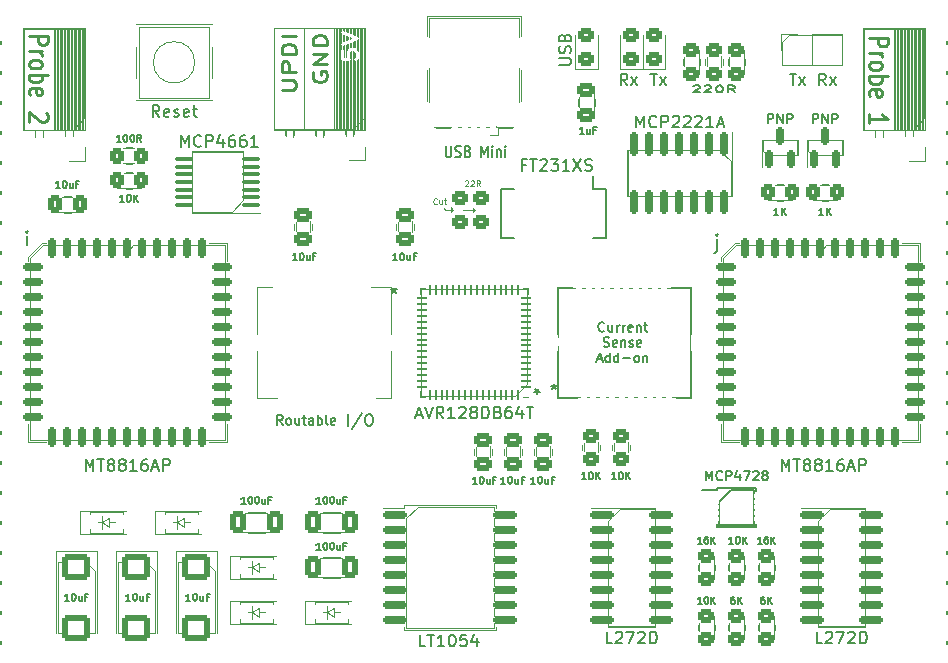
<source format=gbr>
G04 #@! TF.GenerationSoftware,KiCad,Pcbnew,(6.0.6-0)*
G04 #@! TF.CreationDate,2022-07-20T14:24:46-07:00*
G04 #@! TF.ProjectId,BreadControlV3,42726561-6443-46f6-9e74-726f6c56332e,rev?*
G04 #@! TF.SameCoordinates,Original*
G04 #@! TF.FileFunction,Legend,Top*
G04 #@! TF.FilePolarity,Positive*
%FSLAX46Y46*%
G04 Gerber Fmt 4.6, Leading zero omitted, Abs format (unit mm)*
G04 Created by KiCad (PCBNEW (6.0.6-0)) date 2022-07-20 14:24:46*
%MOMM*%
%LPD*%
G01*
G04 APERTURE LIST*
G04 Aperture macros list*
%AMRoundRect*
0 Rectangle with rounded corners*
0 $1 Rounding radius*
0 $2 $3 $4 $5 $6 $7 $8 $9 X,Y pos of 4 corners*
0 Add a 4 corners polygon primitive as box body*
4,1,4,$2,$3,$4,$5,$6,$7,$8,$9,$2,$3,0*
0 Add four circle primitives for the rounded corners*
1,1,$1+$1,$2,$3*
1,1,$1+$1,$4,$5*
1,1,$1+$1,$6,$7*
1,1,$1+$1,$8,$9*
0 Add four rect primitives between the rounded corners*
20,1,$1+$1,$2,$3,$4,$5,0*
20,1,$1+$1,$4,$5,$6,$7,0*
20,1,$1+$1,$6,$7,$8,$9,0*
20,1,$1+$1,$8,$9,$2,$3,0*%
G04 Aperture macros list end*
%ADD10C,0.150000*%
%ADD11C,0.125000*%
%ADD12C,0.250000*%
%ADD13C,0.200000*%
%ADD14C,0.120000*%
%ADD15C,0.100000*%
%ADD16RoundRect,0.250000X0.450000X-0.325000X0.450000X0.325000X-0.450000X0.325000X-0.450000X-0.325000X0*%
%ADD17RoundRect,0.250000X-0.925000X0.875000X-0.925000X-0.875000X0.925000X-0.875000X0.925000X0.875000X0*%
%ADD18RoundRect,0.250000X-0.450000X0.350000X-0.450000X-0.350000X0.450000X-0.350000X0.450000X0.350000X0*%
%ADD19R,0.400000X1.200000*%
%ADD20RoundRect,0.250000X0.450000X-0.350000X0.450000X0.350000X-0.450000X0.350000X-0.450000X-0.350000X0*%
%ADD21RoundRect,0.250000X-0.412500X-0.650000X0.412500X-0.650000X0.412500X0.650000X-0.412500X0.650000X0*%
%ADD22RoundRect,0.150000X-0.875000X-0.150000X0.875000X-0.150000X0.875000X0.150000X-0.875000X0.150000X0*%
%ADD23RoundRect,0.250000X-0.350000X-0.450000X0.350000X-0.450000X0.350000X0.450000X-0.350000X0.450000X0*%
%ADD24RoundRect,0.150000X-0.150000X0.825000X-0.150000X-0.825000X0.150000X-0.825000X0.150000X0.825000X0*%
%ADD25RoundRect,0.700000X0.000000X-0.150000X0.000000X-0.150000X0.000000X0.150000X0.000000X0.150000X0*%
%ADD26R,1.700000X1.700000*%
%ADD27O,1.700000X1.700000*%
%ADD28RoundRect,0.062500X0.350000X0.062500X-0.350000X0.062500X-0.350000X-0.062500X0.350000X-0.062500X0*%
%ADD29RoundRect,0.062500X0.062500X0.350000X-0.062500X0.350000X-0.062500X-0.350000X0.062500X-0.350000X0*%
%ADD30R,7.150000X7.150000*%
%ADD31RoundRect,0.250000X0.412500X0.650000X-0.412500X0.650000X-0.412500X-0.650000X0.412500X-0.650000X0*%
%ADD32RoundRect,0.250000X0.350000X0.450000X-0.350000X0.450000X-0.350000X-0.450000X0.350000X-0.450000X0*%
%ADD33C,0.900000*%
%ADD34R,0.500000X2.500000*%
%ADD35R,2.000000X2.500000*%
%ADD36C,1.600200*%
%ADD37R,0.558800X2.108200*%
%ADD38RoundRect,0.250000X0.475000X-0.337500X0.475000X0.337500X-0.475000X0.337500X-0.475000X-0.337500X0*%
%ADD39RoundRect,0.250000X-0.475000X0.337500X-0.475000X-0.337500X0.475000X-0.337500X0.475000X0.337500X0*%
%ADD40R,0.900000X1.200000*%
%ADD41RoundRect,0.150000X0.150000X-0.587500X0.150000X0.587500X-0.150000X0.587500X-0.150000X-0.587500X0*%
%ADD42R,1.400000X0.300000*%
%ADD43RoundRect,0.150000X-0.150000X-0.700000X0.150000X-0.700000X0.150000X0.700000X-0.150000X0.700000X0*%
%ADD44RoundRect,0.150000X-0.700000X-0.150000X0.700000X-0.150000X0.700000X0.150000X-0.700000X0.150000X0*%
%ADD45R,1.550000X1.300000*%
%ADD46RoundRect,0.100000X0.637500X0.100000X-0.637500X0.100000X-0.637500X-0.100000X0.637500X-0.100000X0*%
%ADD47RoundRect,0.250000X0.337500X0.475000X-0.337500X0.475000X-0.337500X-0.475000X0.337500X-0.475000X0*%
%ADD48RoundRect,0.150000X-0.825000X-0.150000X0.825000X-0.150000X0.825000X0.150000X-0.825000X0.150000X0*%
G04 APERTURE END LIST*
D10*
X80245142Y-51067714D02*
X80207047Y-51105809D01*
X80092761Y-51143904D01*
X80016571Y-51143904D01*
X79902285Y-51105809D01*
X79826095Y-51029619D01*
X79788000Y-50953428D01*
X79749904Y-50801047D01*
X79749904Y-50686761D01*
X79788000Y-50534380D01*
X79826095Y-50458190D01*
X79902285Y-50382000D01*
X80016571Y-50343904D01*
X80092761Y-50343904D01*
X80207047Y-50382000D01*
X80245142Y-50420095D01*
X80930857Y-50610571D02*
X80930857Y-51143904D01*
X80588000Y-50610571D02*
X80588000Y-51029619D01*
X80626095Y-51105809D01*
X80702285Y-51143904D01*
X80816571Y-51143904D01*
X80892761Y-51105809D01*
X80930857Y-51067714D01*
X81311809Y-51143904D02*
X81311809Y-50610571D01*
X81311809Y-50762952D02*
X81349904Y-50686761D01*
X81388000Y-50648666D01*
X81464190Y-50610571D01*
X81540380Y-50610571D01*
X81807047Y-51143904D02*
X81807047Y-50610571D01*
X81807047Y-50762952D02*
X81845142Y-50686761D01*
X81883238Y-50648666D01*
X81959428Y-50610571D01*
X82035619Y-50610571D01*
X82607047Y-51105809D02*
X82530857Y-51143904D01*
X82378476Y-51143904D01*
X82302285Y-51105809D01*
X82264190Y-51029619D01*
X82264190Y-50724857D01*
X82302285Y-50648666D01*
X82378476Y-50610571D01*
X82530857Y-50610571D01*
X82607047Y-50648666D01*
X82645142Y-50724857D01*
X82645142Y-50801047D01*
X82264190Y-50877238D01*
X82988000Y-50610571D02*
X82988000Y-51143904D01*
X82988000Y-50686761D02*
X83026095Y-50648666D01*
X83102285Y-50610571D01*
X83216571Y-50610571D01*
X83292761Y-50648666D01*
X83330857Y-50724857D01*
X83330857Y-51143904D01*
X83597523Y-50610571D02*
X83902285Y-50610571D01*
X83711809Y-50343904D02*
X83711809Y-51029619D01*
X83749904Y-51105809D01*
X83826095Y-51143904D01*
X83902285Y-51143904D01*
X80188000Y-52393809D02*
X80302285Y-52431904D01*
X80492761Y-52431904D01*
X80568952Y-52393809D01*
X80607047Y-52355714D01*
X80645142Y-52279523D01*
X80645142Y-52203333D01*
X80607047Y-52127142D01*
X80568952Y-52089047D01*
X80492761Y-52050952D01*
X80340380Y-52012857D01*
X80264190Y-51974761D01*
X80226095Y-51936666D01*
X80188000Y-51860476D01*
X80188000Y-51784285D01*
X80226095Y-51708095D01*
X80264190Y-51670000D01*
X80340380Y-51631904D01*
X80530857Y-51631904D01*
X80645142Y-51670000D01*
X81292761Y-52393809D02*
X81216571Y-52431904D01*
X81064190Y-52431904D01*
X80988000Y-52393809D01*
X80949904Y-52317619D01*
X80949904Y-52012857D01*
X80988000Y-51936666D01*
X81064190Y-51898571D01*
X81216571Y-51898571D01*
X81292761Y-51936666D01*
X81330857Y-52012857D01*
X81330857Y-52089047D01*
X80949904Y-52165238D01*
X81673714Y-51898571D02*
X81673714Y-52431904D01*
X81673714Y-51974761D02*
X81711809Y-51936666D01*
X81788000Y-51898571D01*
X81902285Y-51898571D01*
X81978476Y-51936666D01*
X82016571Y-52012857D01*
X82016571Y-52431904D01*
X82359428Y-52393809D02*
X82435619Y-52431904D01*
X82588000Y-52431904D01*
X82664190Y-52393809D01*
X82702285Y-52317619D01*
X82702285Y-52279523D01*
X82664190Y-52203333D01*
X82588000Y-52165238D01*
X82473714Y-52165238D01*
X82397523Y-52127142D01*
X82359428Y-52050952D01*
X82359428Y-52012857D01*
X82397523Y-51936666D01*
X82473714Y-51898571D01*
X82588000Y-51898571D01*
X82664190Y-51936666D01*
X83349904Y-52393809D02*
X83273714Y-52431904D01*
X83121333Y-52431904D01*
X83045142Y-52393809D01*
X83007047Y-52317619D01*
X83007047Y-52012857D01*
X83045142Y-51936666D01*
X83121333Y-51898571D01*
X83273714Y-51898571D01*
X83349904Y-51936666D01*
X83388000Y-52012857D01*
X83388000Y-52089047D01*
X83007047Y-52165238D01*
X79654666Y-53491333D02*
X80035619Y-53491333D01*
X79578476Y-53719904D02*
X79845142Y-52919904D01*
X80111809Y-53719904D01*
X80721333Y-53719904D02*
X80721333Y-52919904D01*
X80721333Y-53681809D02*
X80645142Y-53719904D01*
X80492761Y-53719904D01*
X80416571Y-53681809D01*
X80378476Y-53643714D01*
X80340380Y-53567523D01*
X80340380Y-53338952D01*
X80378476Y-53262761D01*
X80416571Y-53224666D01*
X80492761Y-53186571D01*
X80645142Y-53186571D01*
X80721333Y-53224666D01*
X81445142Y-53719904D02*
X81445142Y-52919904D01*
X81445142Y-53681809D02*
X81368952Y-53719904D01*
X81216571Y-53719904D01*
X81140380Y-53681809D01*
X81102285Y-53643714D01*
X81064190Y-53567523D01*
X81064190Y-53338952D01*
X81102285Y-53262761D01*
X81140380Y-53224666D01*
X81216571Y-53186571D01*
X81368952Y-53186571D01*
X81445142Y-53224666D01*
X81826095Y-53415142D02*
X82435619Y-53415142D01*
X82930857Y-53719904D02*
X82854666Y-53681809D01*
X82816571Y-53643714D01*
X82778476Y-53567523D01*
X82778476Y-53338952D01*
X82816571Y-53262761D01*
X82854666Y-53224666D01*
X82930857Y-53186571D01*
X83045142Y-53186571D01*
X83121333Y-53224666D01*
X83159428Y-53262761D01*
X83197523Y-53338952D01*
X83197523Y-53567523D01*
X83159428Y-53643714D01*
X83121333Y-53681809D01*
X83045142Y-53719904D01*
X82930857Y-53719904D01*
X83540380Y-53186571D02*
X83540380Y-53719904D01*
X83540380Y-53262761D02*
X83578476Y-53224666D01*
X83654666Y-53186571D01*
X83768952Y-53186571D01*
X83845142Y-53224666D01*
X83883238Y-53300857D01*
X83883238Y-53719904D01*
X82200761Y-30297380D02*
X81867428Y-29821190D01*
X81629333Y-30297380D02*
X81629333Y-29297380D01*
X82010285Y-29297380D01*
X82105523Y-29345000D01*
X82153142Y-29392619D01*
X82200761Y-29487857D01*
X82200761Y-29630714D01*
X82153142Y-29725952D01*
X82105523Y-29773571D01*
X82010285Y-29821190D01*
X81629333Y-29821190D01*
X82534095Y-30297380D02*
X83057904Y-29630714D01*
X82534095Y-29630714D02*
X83057904Y-30297380D01*
X34917142Y-73931428D02*
X34574285Y-73931428D01*
X34745714Y-73931428D02*
X34745714Y-73331428D01*
X34688571Y-73417142D01*
X34631428Y-73474285D01*
X34574285Y-73502857D01*
X35288571Y-73331428D02*
X35345714Y-73331428D01*
X35402857Y-73360000D01*
X35431428Y-73388571D01*
X35460000Y-73445714D01*
X35488571Y-73560000D01*
X35488571Y-73702857D01*
X35460000Y-73817142D01*
X35431428Y-73874285D01*
X35402857Y-73902857D01*
X35345714Y-73931428D01*
X35288571Y-73931428D01*
X35231428Y-73902857D01*
X35202857Y-73874285D01*
X35174285Y-73817142D01*
X35145714Y-73702857D01*
X35145714Y-73560000D01*
X35174285Y-73445714D01*
X35202857Y-73388571D01*
X35231428Y-73360000D01*
X35288571Y-73331428D01*
X36002857Y-73531428D02*
X36002857Y-73931428D01*
X35745714Y-73531428D02*
X35745714Y-73845714D01*
X35774285Y-73902857D01*
X35831428Y-73931428D01*
X35917142Y-73931428D01*
X35974285Y-73902857D01*
X36002857Y-73874285D01*
X36488571Y-73617142D02*
X36288571Y-73617142D01*
X36288571Y-73931428D02*
X36288571Y-73331428D01*
X36574285Y-73331428D01*
X93794285Y-73585428D02*
X93680000Y-73585428D01*
X93622857Y-73614000D01*
X93594285Y-73642571D01*
X93537142Y-73728285D01*
X93508571Y-73842571D01*
X93508571Y-74071142D01*
X93537142Y-74128285D01*
X93565714Y-74156857D01*
X93622857Y-74185428D01*
X93737142Y-74185428D01*
X93794285Y-74156857D01*
X93822857Y-74128285D01*
X93851428Y-74071142D01*
X93851428Y-73928285D01*
X93822857Y-73871142D01*
X93794285Y-73842571D01*
X93737142Y-73814000D01*
X93622857Y-73814000D01*
X93565714Y-73842571D01*
X93537142Y-73871142D01*
X93508571Y-73928285D01*
X94108571Y-74185428D02*
X94108571Y-73585428D01*
X94451428Y-74185428D02*
X94194285Y-73842571D01*
X94451428Y-73585428D02*
X94108571Y-73928285D01*
X73580952Y-37012571D02*
X73247619Y-37012571D01*
X73247619Y-37536380D02*
X73247619Y-36536380D01*
X73723809Y-36536380D01*
X73961904Y-36536380D02*
X74533333Y-36536380D01*
X74247619Y-37536380D02*
X74247619Y-36536380D01*
X74819047Y-36631619D02*
X74866666Y-36584000D01*
X74961904Y-36536380D01*
X75200000Y-36536380D01*
X75295238Y-36584000D01*
X75342857Y-36631619D01*
X75390476Y-36726857D01*
X75390476Y-36822095D01*
X75342857Y-36964952D01*
X74771428Y-37536380D01*
X75390476Y-37536380D01*
X75723809Y-36536380D02*
X76342857Y-36536380D01*
X76009523Y-36917333D01*
X76152380Y-36917333D01*
X76247619Y-36964952D01*
X76295238Y-37012571D01*
X76342857Y-37107809D01*
X76342857Y-37345904D01*
X76295238Y-37441142D01*
X76247619Y-37488761D01*
X76152380Y-37536380D01*
X75866666Y-37536380D01*
X75771428Y-37488761D01*
X75723809Y-37441142D01*
X77295238Y-37536380D02*
X76723809Y-37536380D01*
X77009523Y-37536380D02*
X77009523Y-36536380D01*
X76914285Y-36679238D01*
X76819047Y-36774476D01*
X76723809Y-36822095D01*
X77628571Y-36536380D02*
X78295238Y-37536380D01*
X78295238Y-36536380D02*
X77628571Y-37536380D01*
X78628571Y-37488761D02*
X78771428Y-37536380D01*
X79009523Y-37536380D01*
X79104761Y-37488761D01*
X79152380Y-37441142D01*
X79200000Y-37345904D01*
X79200000Y-37250666D01*
X79152380Y-37155428D01*
X79104761Y-37107809D01*
X79009523Y-37060190D01*
X78819047Y-37012571D01*
X78723809Y-36964952D01*
X78676190Y-36917333D01*
X78628571Y-36822095D01*
X78628571Y-36726857D01*
X78676190Y-36631619D01*
X78723809Y-36584000D01*
X78819047Y-36536380D01*
X79057142Y-36536380D01*
X79200000Y-36584000D01*
X91152714Y-69105428D02*
X90809857Y-69105428D01*
X90981285Y-69105428D02*
X90981285Y-68505428D01*
X90924142Y-68591142D01*
X90867000Y-68648285D01*
X90809857Y-68676857D01*
X91524142Y-68505428D02*
X91581285Y-68505428D01*
X91638428Y-68534000D01*
X91667000Y-68562571D01*
X91695571Y-68619714D01*
X91724142Y-68734000D01*
X91724142Y-68876857D01*
X91695571Y-68991142D01*
X91667000Y-69048285D01*
X91638428Y-69076857D01*
X91581285Y-69105428D01*
X91524142Y-69105428D01*
X91467000Y-69076857D01*
X91438428Y-69048285D01*
X91409857Y-68991142D01*
X91381285Y-68876857D01*
X91381285Y-68734000D01*
X91409857Y-68619714D01*
X91438428Y-68562571D01*
X91467000Y-68534000D01*
X91524142Y-68505428D01*
X91981285Y-69105428D02*
X91981285Y-68505428D01*
X92324142Y-69105428D02*
X92067000Y-68762571D01*
X92324142Y-68505428D02*
X91981285Y-68848285D01*
X56221428Y-69613428D02*
X55878571Y-69613428D01*
X56050000Y-69613428D02*
X56050000Y-69013428D01*
X55992857Y-69099142D01*
X55935714Y-69156285D01*
X55878571Y-69184857D01*
X56592857Y-69013428D02*
X56650000Y-69013428D01*
X56707142Y-69042000D01*
X56735714Y-69070571D01*
X56764285Y-69127714D01*
X56792857Y-69242000D01*
X56792857Y-69384857D01*
X56764285Y-69499142D01*
X56735714Y-69556285D01*
X56707142Y-69584857D01*
X56650000Y-69613428D01*
X56592857Y-69613428D01*
X56535714Y-69584857D01*
X56507142Y-69556285D01*
X56478571Y-69499142D01*
X56450000Y-69384857D01*
X56450000Y-69242000D01*
X56478571Y-69127714D01*
X56507142Y-69070571D01*
X56535714Y-69042000D01*
X56592857Y-69013428D01*
X57164285Y-69013428D02*
X57221428Y-69013428D01*
X57278571Y-69042000D01*
X57307142Y-69070571D01*
X57335714Y-69127714D01*
X57364285Y-69242000D01*
X57364285Y-69384857D01*
X57335714Y-69499142D01*
X57307142Y-69556285D01*
X57278571Y-69584857D01*
X57221428Y-69613428D01*
X57164285Y-69613428D01*
X57107142Y-69584857D01*
X57078571Y-69556285D01*
X57050000Y-69499142D01*
X57021428Y-69384857D01*
X57021428Y-69242000D01*
X57050000Y-69127714D01*
X57078571Y-69070571D01*
X57107142Y-69042000D01*
X57164285Y-69013428D01*
X57878571Y-69213428D02*
X57878571Y-69613428D01*
X57621428Y-69213428D02*
X57621428Y-69527714D01*
X57650000Y-69584857D01*
X57707142Y-69613428D01*
X57792857Y-69613428D01*
X57850000Y-69584857D01*
X57878571Y-69556285D01*
X58364285Y-69299142D02*
X58164285Y-69299142D01*
X58164285Y-69613428D02*
X58164285Y-69013428D01*
X58450000Y-69013428D01*
X65079809Y-77795380D02*
X64603619Y-77795380D01*
X64603619Y-76795380D01*
X65270285Y-76795380D02*
X65841714Y-76795380D01*
X65556000Y-77795380D02*
X65556000Y-76795380D01*
X66698857Y-77795380D02*
X66127428Y-77795380D01*
X66413142Y-77795380D02*
X66413142Y-76795380D01*
X66317904Y-76938238D01*
X66222666Y-77033476D01*
X66127428Y-77081095D01*
X67317904Y-76795380D02*
X67413142Y-76795380D01*
X67508380Y-76843000D01*
X67556000Y-76890619D01*
X67603619Y-76985857D01*
X67651238Y-77176333D01*
X67651238Y-77414428D01*
X67603619Y-77604904D01*
X67556000Y-77700142D01*
X67508380Y-77747761D01*
X67413142Y-77795380D01*
X67317904Y-77795380D01*
X67222666Y-77747761D01*
X67175047Y-77700142D01*
X67127428Y-77604904D01*
X67079809Y-77414428D01*
X67079809Y-77176333D01*
X67127428Y-76985857D01*
X67175047Y-76890619D01*
X67222666Y-76843000D01*
X67317904Y-76795380D01*
X68556000Y-76795380D02*
X68079809Y-76795380D01*
X68032190Y-77271571D01*
X68079809Y-77223952D01*
X68175047Y-77176333D01*
X68413142Y-77176333D01*
X68508380Y-77223952D01*
X68556000Y-77271571D01*
X68603619Y-77366809D01*
X68603619Y-77604904D01*
X68556000Y-77700142D01*
X68508380Y-77747761D01*
X68413142Y-77795380D01*
X68175047Y-77795380D01*
X68079809Y-77747761D01*
X68032190Y-77700142D01*
X69460761Y-77128714D02*
X69460761Y-77795380D01*
X69222666Y-76747761D02*
X68984571Y-77462047D01*
X69603619Y-77462047D01*
X45204142Y-73931428D02*
X44861285Y-73931428D01*
X45032714Y-73931428D02*
X45032714Y-73331428D01*
X44975571Y-73417142D01*
X44918428Y-73474285D01*
X44861285Y-73502857D01*
X45575571Y-73331428D02*
X45632714Y-73331428D01*
X45689857Y-73360000D01*
X45718428Y-73388571D01*
X45747000Y-73445714D01*
X45775571Y-73560000D01*
X45775571Y-73702857D01*
X45747000Y-73817142D01*
X45718428Y-73874285D01*
X45689857Y-73902857D01*
X45632714Y-73931428D01*
X45575571Y-73931428D01*
X45518428Y-73902857D01*
X45489857Y-73874285D01*
X45461285Y-73817142D01*
X45432714Y-73702857D01*
X45432714Y-73560000D01*
X45461285Y-73445714D01*
X45489857Y-73388571D01*
X45518428Y-73360000D01*
X45575571Y-73331428D01*
X46289857Y-73531428D02*
X46289857Y-73931428D01*
X46032714Y-73531428D02*
X46032714Y-73845714D01*
X46061285Y-73902857D01*
X46118428Y-73931428D01*
X46204142Y-73931428D01*
X46261285Y-73902857D01*
X46289857Y-73874285D01*
X46775571Y-73617142D02*
X46575571Y-73617142D01*
X46575571Y-73931428D02*
X46575571Y-73331428D01*
X46861285Y-73331428D01*
X94994428Y-41291428D02*
X94651571Y-41291428D01*
X94823000Y-41291428D02*
X94823000Y-40691428D01*
X94765857Y-40777142D01*
X94708714Y-40834285D01*
X94651571Y-40862857D01*
X95251571Y-41291428D02*
X95251571Y-40691428D01*
X95594428Y-41291428D02*
X95337285Y-40948571D01*
X95594428Y-40691428D02*
X95251571Y-41034285D01*
X82947333Y-33853380D02*
X82947333Y-32853380D01*
X83280666Y-33567666D01*
X83614000Y-32853380D01*
X83614000Y-33853380D01*
X84661619Y-33758142D02*
X84614000Y-33805761D01*
X84471142Y-33853380D01*
X84375904Y-33853380D01*
X84233047Y-33805761D01*
X84137809Y-33710523D01*
X84090190Y-33615285D01*
X84042571Y-33424809D01*
X84042571Y-33281952D01*
X84090190Y-33091476D01*
X84137809Y-32996238D01*
X84233047Y-32901000D01*
X84375904Y-32853380D01*
X84471142Y-32853380D01*
X84614000Y-32901000D01*
X84661619Y-32948619D01*
X85090190Y-33853380D02*
X85090190Y-32853380D01*
X85471142Y-32853380D01*
X85566380Y-32901000D01*
X85614000Y-32948619D01*
X85661619Y-33043857D01*
X85661619Y-33186714D01*
X85614000Y-33281952D01*
X85566380Y-33329571D01*
X85471142Y-33377190D01*
X85090190Y-33377190D01*
X86042571Y-32948619D02*
X86090190Y-32901000D01*
X86185428Y-32853380D01*
X86423523Y-32853380D01*
X86518761Y-32901000D01*
X86566380Y-32948619D01*
X86614000Y-33043857D01*
X86614000Y-33139095D01*
X86566380Y-33281952D01*
X85994952Y-33853380D01*
X86614000Y-33853380D01*
X86994952Y-32948619D02*
X87042571Y-32901000D01*
X87137809Y-32853380D01*
X87375904Y-32853380D01*
X87471142Y-32901000D01*
X87518761Y-32948619D01*
X87566380Y-33043857D01*
X87566380Y-33139095D01*
X87518761Y-33281952D01*
X86947333Y-33853380D01*
X87566380Y-33853380D01*
X87947333Y-32948619D02*
X87994952Y-32901000D01*
X88090190Y-32853380D01*
X88328285Y-32853380D01*
X88423523Y-32901000D01*
X88471142Y-32948619D01*
X88518761Y-33043857D01*
X88518761Y-33139095D01*
X88471142Y-33281952D01*
X87899714Y-33853380D01*
X88518761Y-33853380D01*
X89471142Y-33853380D02*
X88899714Y-33853380D01*
X89185428Y-33853380D02*
X89185428Y-32853380D01*
X89090190Y-32996238D01*
X88994952Y-33091476D01*
X88899714Y-33139095D01*
X89852095Y-33567666D02*
X90328285Y-33567666D01*
X89756857Y-33853380D02*
X90090190Y-32853380D01*
X90423523Y-33853380D01*
X95940809Y-29297380D02*
X96512238Y-29297380D01*
X96226523Y-30297380D02*
X96226523Y-29297380D01*
X96750333Y-30297380D02*
X97274142Y-29630714D01*
X96750333Y-29630714D02*
X97274142Y-30297380D01*
X98988428Y-30297380D02*
X98655095Y-29821190D01*
X98417000Y-30297380D02*
X98417000Y-29297380D01*
X98797952Y-29297380D01*
X98893190Y-29345000D01*
X98940809Y-29392619D01*
X98988428Y-29487857D01*
X98988428Y-29630714D01*
X98940809Y-29725952D01*
X98893190Y-29773571D01*
X98797952Y-29821190D01*
X98417000Y-29821190D01*
X99321761Y-30297380D02*
X99845571Y-29630714D01*
X99321761Y-29630714D02*
X99845571Y-30297380D01*
X64286428Y-58205666D02*
X64762619Y-58205666D01*
X64191190Y-58491380D02*
X64524523Y-57491380D01*
X64857857Y-58491380D01*
X65048333Y-57491380D02*
X65381666Y-58491380D01*
X65715000Y-57491380D01*
X66619761Y-58491380D02*
X66286428Y-58015190D01*
X66048333Y-58491380D02*
X66048333Y-57491380D01*
X66429285Y-57491380D01*
X66524523Y-57539000D01*
X66572142Y-57586619D01*
X66619761Y-57681857D01*
X66619761Y-57824714D01*
X66572142Y-57919952D01*
X66524523Y-57967571D01*
X66429285Y-58015190D01*
X66048333Y-58015190D01*
X67572142Y-58491380D02*
X67000714Y-58491380D01*
X67286428Y-58491380D02*
X67286428Y-57491380D01*
X67191190Y-57634238D01*
X67095952Y-57729476D01*
X67000714Y-57777095D01*
X67953095Y-57586619D02*
X68000714Y-57539000D01*
X68095952Y-57491380D01*
X68334047Y-57491380D01*
X68429285Y-57539000D01*
X68476904Y-57586619D01*
X68524523Y-57681857D01*
X68524523Y-57777095D01*
X68476904Y-57919952D01*
X67905476Y-58491380D01*
X68524523Y-58491380D01*
X69095952Y-57919952D02*
X69000714Y-57872333D01*
X68953095Y-57824714D01*
X68905476Y-57729476D01*
X68905476Y-57681857D01*
X68953095Y-57586619D01*
X69000714Y-57539000D01*
X69095952Y-57491380D01*
X69286428Y-57491380D01*
X69381666Y-57539000D01*
X69429285Y-57586619D01*
X69476904Y-57681857D01*
X69476904Y-57729476D01*
X69429285Y-57824714D01*
X69381666Y-57872333D01*
X69286428Y-57919952D01*
X69095952Y-57919952D01*
X69000714Y-57967571D01*
X68953095Y-58015190D01*
X68905476Y-58110428D01*
X68905476Y-58300904D01*
X68953095Y-58396142D01*
X69000714Y-58443761D01*
X69095952Y-58491380D01*
X69286428Y-58491380D01*
X69381666Y-58443761D01*
X69429285Y-58396142D01*
X69476904Y-58300904D01*
X69476904Y-58110428D01*
X69429285Y-58015190D01*
X69381666Y-57967571D01*
X69286428Y-57919952D01*
X69905476Y-58491380D02*
X69905476Y-57491380D01*
X70143571Y-57491380D01*
X70286428Y-57539000D01*
X70381666Y-57634238D01*
X70429285Y-57729476D01*
X70476904Y-57919952D01*
X70476904Y-58062809D01*
X70429285Y-58253285D01*
X70381666Y-58348523D01*
X70286428Y-58443761D01*
X70143571Y-58491380D01*
X69905476Y-58491380D01*
X71238809Y-57967571D02*
X71381666Y-58015190D01*
X71429285Y-58062809D01*
X71476904Y-58158047D01*
X71476904Y-58300904D01*
X71429285Y-58396142D01*
X71381666Y-58443761D01*
X71286428Y-58491380D01*
X70905476Y-58491380D01*
X70905476Y-57491380D01*
X71238809Y-57491380D01*
X71334047Y-57539000D01*
X71381666Y-57586619D01*
X71429285Y-57681857D01*
X71429285Y-57777095D01*
X71381666Y-57872333D01*
X71334047Y-57919952D01*
X71238809Y-57967571D01*
X70905476Y-57967571D01*
X72334047Y-57491380D02*
X72143571Y-57491380D01*
X72048333Y-57539000D01*
X72000714Y-57586619D01*
X71905476Y-57729476D01*
X71857857Y-57919952D01*
X71857857Y-58300904D01*
X71905476Y-58396142D01*
X71953095Y-58443761D01*
X72048333Y-58491380D01*
X72238809Y-58491380D01*
X72334047Y-58443761D01*
X72381666Y-58396142D01*
X72429285Y-58300904D01*
X72429285Y-58062809D01*
X72381666Y-57967571D01*
X72334047Y-57919952D01*
X72238809Y-57872333D01*
X72048333Y-57872333D01*
X71953095Y-57919952D01*
X71905476Y-57967571D01*
X71857857Y-58062809D01*
X73286428Y-57824714D02*
X73286428Y-58491380D01*
X73048333Y-57443761D02*
X72810238Y-58158047D01*
X73429285Y-58158047D01*
X73667380Y-57491380D02*
X74238809Y-57491380D01*
X73953095Y-58491380D02*
X73953095Y-57491380D01*
X74549000Y-56427619D02*
X74549000Y-56189523D01*
X74787095Y-56284761D02*
X74549000Y-56189523D01*
X74310904Y-56284761D01*
X74691857Y-55999047D02*
X74549000Y-56189523D01*
X74406142Y-55999047D01*
X56221428Y-65731428D02*
X55878571Y-65731428D01*
X56050000Y-65731428D02*
X56050000Y-65131428D01*
X55992857Y-65217142D01*
X55935714Y-65274285D01*
X55878571Y-65302857D01*
X56592857Y-65131428D02*
X56650000Y-65131428D01*
X56707142Y-65160000D01*
X56735714Y-65188571D01*
X56764285Y-65245714D01*
X56792857Y-65360000D01*
X56792857Y-65502857D01*
X56764285Y-65617142D01*
X56735714Y-65674285D01*
X56707142Y-65702857D01*
X56650000Y-65731428D01*
X56592857Y-65731428D01*
X56535714Y-65702857D01*
X56507142Y-65674285D01*
X56478571Y-65617142D01*
X56450000Y-65502857D01*
X56450000Y-65360000D01*
X56478571Y-65245714D01*
X56507142Y-65188571D01*
X56535714Y-65160000D01*
X56592857Y-65131428D01*
X57164285Y-65131428D02*
X57221428Y-65131428D01*
X57278571Y-65160000D01*
X57307142Y-65188571D01*
X57335714Y-65245714D01*
X57364285Y-65360000D01*
X57364285Y-65502857D01*
X57335714Y-65617142D01*
X57307142Y-65674285D01*
X57278571Y-65702857D01*
X57221428Y-65731428D01*
X57164285Y-65731428D01*
X57107142Y-65702857D01*
X57078571Y-65674285D01*
X57050000Y-65617142D01*
X57021428Y-65502857D01*
X57021428Y-65360000D01*
X57050000Y-65245714D01*
X57078571Y-65188571D01*
X57107142Y-65160000D01*
X57164285Y-65131428D01*
X57878571Y-65331428D02*
X57878571Y-65731428D01*
X57621428Y-65331428D02*
X57621428Y-65645714D01*
X57650000Y-65702857D01*
X57707142Y-65731428D01*
X57792857Y-65731428D01*
X57850000Y-65702857D01*
X57878571Y-65674285D01*
X58364285Y-65417142D02*
X58164285Y-65417142D01*
X58164285Y-65731428D02*
X58164285Y-65131428D01*
X58450000Y-65131428D01*
X39590714Y-40149428D02*
X39247857Y-40149428D01*
X39419285Y-40149428D02*
X39419285Y-39549428D01*
X39362142Y-39635142D01*
X39305000Y-39692285D01*
X39247857Y-39720857D01*
X39962142Y-39549428D02*
X40019285Y-39549428D01*
X40076428Y-39578000D01*
X40105000Y-39606571D01*
X40133571Y-39663714D01*
X40162142Y-39778000D01*
X40162142Y-39920857D01*
X40133571Y-40035142D01*
X40105000Y-40092285D01*
X40076428Y-40120857D01*
X40019285Y-40149428D01*
X39962142Y-40149428D01*
X39905000Y-40120857D01*
X39876428Y-40092285D01*
X39847857Y-40035142D01*
X39819285Y-39920857D01*
X39819285Y-39778000D01*
X39847857Y-39663714D01*
X39876428Y-39606571D01*
X39905000Y-39578000D01*
X39962142Y-39549428D01*
X40419285Y-40149428D02*
X40419285Y-39549428D01*
X40762142Y-40149428D02*
X40505000Y-39806571D01*
X40762142Y-39549428D02*
X40419285Y-39892285D01*
X66827714Y-35393380D02*
X66827714Y-36202904D01*
X66865809Y-36298142D01*
X66903904Y-36345761D01*
X66980095Y-36393380D01*
X67132476Y-36393380D01*
X67208666Y-36345761D01*
X67246761Y-36298142D01*
X67284857Y-36202904D01*
X67284857Y-35393380D01*
X67627714Y-36345761D02*
X67742000Y-36393380D01*
X67932476Y-36393380D01*
X68008666Y-36345761D01*
X68046761Y-36298142D01*
X68084857Y-36202904D01*
X68084857Y-36107666D01*
X68046761Y-36012428D01*
X68008666Y-35964809D01*
X67932476Y-35917190D01*
X67780095Y-35869571D01*
X67703904Y-35821952D01*
X67665809Y-35774333D01*
X67627714Y-35679095D01*
X67627714Y-35583857D01*
X67665809Y-35488619D01*
X67703904Y-35441000D01*
X67780095Y-35393380D01*
X67970571Y-35393380D01*
X68084857Y-35441000D01*
X68694380Y-35869571D02*
X68808666Y-35917190D01*
X68846761Y-35964809D01*
X68884857Y-36060047D01*
X68884857Y-36202904D01*
X68846761Y-36298142D01*
X68808666Y-36345761D01*
X68732476Y-36393380D01*
X68427714Y-36393380D01*
X68427714Y-35393380D01*
X68694380Y-35393380D01*
X68770571Y-35441000D01*
X68808666Y-35488619D01*
X68846761Y-35583857D01*
X68846761Y-35679095D01*
X68808666Y-35774333D01*
X68770571Y-35821952D01*
X68694380Y-35869571D01*
X68427714Y-35869571D01*
X69837238Y-36393380D02*
X69837238Y-35393380D01*
X70103904Y-36107666D01*
X70370571Y-35393380D01*
X70370571Y-36393380D01*
X70751523Y-36393380D02*
X70751523Y-35726714D01*
X70751523Y-35393380D02*
X70713428Y-35441000D01*
X70751523Y-35488619D01*
X70789619Y-35441000D01*
X70751523Y-35393380D01*
X70751523Y-35488619D01*
X71132476Y-35726714D02*
X71132476Y-36393380D01*
X71132476Y-35821952D02*
X71170571Y-35774333D01*
X71246761Y-35726714D01*
X71361047Y-35726714D01*
X71437238Y-35774333D01*
X71475333Y-35869571D01*
X71475333Y-36393380D01*
X71856285Y-36393380D02*
X71856285Y-35726714D01*
X71856285Y-35393380D02*
X71818190Y-35441000D01*
X71856285Y-35488619D01*
X71894380Y-35441000D01*
X71856285Y-35393380D01*
X71856285Y-35488619D01*
D11*
X68457047Y-38381809D02*
X68480857Y-38358000D01*
X68528476Y-38334190D01*
X68647523Y-38334190D01*
X68695142Y-38358000D01*
X68718952Y-38381809D01*
X68742761Y-38429428D01*
X68742761Y-38477047D01*
X68718952Y-38548476D01*
X68433238Y-38834190D01*
X68742761Y-38834190D01*
X68933238Y-38381809D02*
X68957047Y-38358000D01*
X69004666Y-38334190D01*
X69123714Y-38334190D01*
X69171333Y-38358000D01*
X69195142Y-38381809D01*
X69218952Y-38429428D01*
X69218952Y-38477047D01*
X69195142Y-38548476D01*
X68909428Y-38834190D01*
X69218952Y-38834190D01*
X69718952Y-38834190D02*
X69552285Y-38596095D01*
X69433238Y-38834190D02*
X69433238Y-38334190D01*
X69623714Y-38334190D01*
X69671333Y-38358000D01*
X69695142Y-38381809D01*
X69718952Y-38429428D01*
X69718952Y-38500857D01*
X69695142Y-38548476D01*
X69671333Y-38572285D01*
X69623714Y-38596095D01*
X69433238Y-38596095D01*
D10*
X62455001Y-47427080D02*
X62455001Y-47665176D01*
X62216905Y-47569938D02*
X62455001Y-47665176D01*
X62693096Y-47569938D01*
X62312143Y-47855652D02*
X62455001Y-47665176D01*
X62597858Y-47855652D01*
X62455001Y-47427080D02*
X62455001Y-47665176D01*
X62216905Y-47569938D02*
X62455001Y-47665176D01*
X62693096Y-47569938D01*
X62312143Y-47855652D02*
X62455001Y-47665176D01*
X62597858Y-47855652D01*
X53010047Y-59035904D02*
X52743380Y-58654952D01*
X52552904Y-59035904D02*
X52552904Y-58235904D01*
X52857666Y-58235904D01*
X52933857Y-58274000D01*
X52971952Y-58312095D01*
X53010047Y-58388285D01*
X53010047Y-58502571D01*
X52971952Y-58578761D01*
X52933857Y-58616857D01*
X52857666Y-58654952D01*
X52552904Y-58654952D01*
X53467190Y-59035904D02*
X53391000Y-58997809D01*
X53352904Y-58959714D01*
X53314809Y-58883523D01*
X53314809Y-58654952D01*
X53352904Y-58578761D01*
X53391000Y-58540666D01*
X53467190Y-58502571D01*
X53581476Y-58502571D01*
X53657666Y-58540666D01*
X53695761Y-58578761D01*
X53733857Y-58654952D01*
X53733857Y-58883523D01*
X53695761Y-58959714D01*
X53657666Y-58997809D01*
X53581476Y-59035904D01*
X53467190Y-59035904D01*
X54419571Y-58502571D02*
X54419571Y-59035904D01*
X54076714Y-58502571D02*
X54076714Y-58921619D01*
X54114809Y-58997809D01*
X54191000Y-59035904D01*
X54305285Y-59035904D01*
X54381476Y-58997809D01*
X54419571Y-58959714D01*
X54686238Y-58502571D02*
X54991000Y-58502571D01*
X54800523Y-58235904D02*
X54800523Y-58921619D01*
X54838619Y-58997809D01*
X54914809Y-59035904D01*
X54991000Y-59035904D01*
X55600523Y-59035904D02*
X55600523Y-58616857D01*
X55562428Y-58540666D01*
X55486238Y-58502571D01*
X55333857Y-58502571D01*
X55257666Y-58540666D01*
X55600523Y-58997809D02*
X55524333Y-59035904D01*
X55333857Y-59035904D01*
X55257666Y-58997809D01*
X55219571Y-58921619D01*
X55219571Y-58845428D01*
X55257666Y-58769238D01*
X55333857Y-58731142D01*
X55524333Y-58731142D01*
X55600523Y-58693047D01*
X55981476Y-59035904D02*
X55981476Y-58235904D01*
X55981476Y-58540666D02*
X56057666Y-58502571D01*
X56210047Y-58502571D01*
X56286238Y-58540666D01*
X56324333Y-58578761D01*
X56362428Y-58654952D01*
X56362428Y-58883523D01*
X56324333Y-58959714D01*
X56286238Y-58997809D01*
X56210047Y-59035904D01*
X56057666Y-59035904D01*
X55981476Y-58997809D01*
X56819571Y-59035904D02*
X56743380Y-58997809D01*
X56705285Y-58921619D01*
X56705285Y-58235904D01*
X57429095Y-58997809D02*
X57352904Y-59035904D01*
X57200523Y-59035904D01*
X57124333Y-58997809D01*
X57086238Y-58921619D01*
X57086238Y-58616857D01*
X57124333Y-58540666D01*
X57200523Y-58502571D01*
X57352904Y-58502571D01*
X57429095Y-58540666D01*
X57467190Y-58616857D01*
X57467190Y-58693047D01*
X57086238Y-58769238D01*
X58515380Y-59126380D02*
X58515380Y-58126380D01*
X59705857Y-58078761D02*
X58848714Y-59364476D01*
X60229666Y-58126380D02*
X60420142Y-58126380D01*
X60515380Y-58174000D01*
X60610619Y-58269238D01*
X60658238Y-58459714D01*
X60658238Y-58793047D01*
X60610619Y-58983523D01*
X60515380Y-59078761D01*
X60420142Y-59126380D01*
X60229666Y-59126380D01*
X60134428Y-59078761D01*
X60039190Y-58983523D01*
X59991571Y-58793047D01*
X59991571Y-58459714D01*
X60039190Y-58269238D01*
X60134428Y-58174000D01*
X60229666Y-58126380D01*
X81246714Y-63644428D02*
X80903857Y-63644428D01*
X81075285Y-63644428D02*
X81075285Y-63044428D01*
X81018142Y-63130142D01*
X80961000Y-63187285D01*
X80903857Y-63215857D01*
X81618142Y-63044428D02*
X81675285Y-63044428D01*
X81732428Y-63073000D01*
X81761000Y-63101571D01*
X81789571Y-63158714D01*
X81818142Y-63273000D01*
X81818142Y-63415857D01*
X81789571Y-63530142D01*
X81761000Y-63587285D01*
X81732428Y-63615857D01*
X81675285Y-63644428D01*
X81618142Y-63644428D01*
X81561000Y-63615857D01*
X81532428Y-63587285D01*
X81503857Y-63530142D01*
X81475285Y-63415857D01*
X81475285Y-63273000D01*
X81503857Y-63158714D01*
X81532428Y-63101571D01*
X81561000Y-63073000D01*
X81618142Y-63044428D01*
X82075285Y-63644428D02*
X82075285Y-63044428D01*
X82418142Y-63644428D02*
X82161000Y-63301571D01*
X82418142Y-63044428D02*
X82075285Y-63387285D01*
X69461142Y-64025428D02*
X69118285Y-64025428D01*
X69289714Y-64025428D02*
X69289714Y-63425428D01*
X69232571Y-63511142D01*
X69175428Y-63568285D01*
X69118285Y-63596857D01*
X69832571Y-63425428D02*
X69889714Y-63425428D01*
X69946857Y-63454000D01*
X69975428Y-63482571D01*
X70004000Y-63539714D01*
X70032571Y-63654000D01*
X70032571Y-63796857D01*
X70004000Y-63911142D01*
X69975428Y-63968285D01*
X69946857Y-63996857D01*
X69889714Y-64025428D01*
X69832571Y-64025428D01*
X69775428Y-63996857D01*
X69746857Y-63968285D01*
X69718285Y-63911142D01*
X69689714Y-63796857D01*
X69689714Y-63654000D01*
X69718285Y-63539714D01*
X69746857Y-63482571D01*
X69775428Y-63454000D01*
X69832571Y-63425428D01*
X70546857Y-63625428D02*
X70546857Y-64025428D01*
X70289714Y-63625428D02*
X70289714Y-63939714D01*
X70318285Y-63996857D01*
X70375428Y-64025428D01*
X70461142Y-64025428D01*
X70518285Y-63996857D01*
X70546857Y-63968285D01*
X71032571Y-63711142D02*
X70832571Y-63711142D01*
X70832571Y-64025428D02*
X70832571Y-63425428D01*
X71118285Y-63425428D01*
X88485714Y-74185428D02*
X88142857Y-74185428D01*
X88314285Y-74185428D02*
X88314285Y-73585428D01*
X88257142Y-73671142D01*
X88200000Y-73728285D01*
X88142857Y-73756857D01*
X88857142Y-73585428D02*
X88914285Y-73585428D01*
X88971428Y-73614000D01*
X89000000Y-73642571D01*
X89028571Y-73699714D01*
X89057142Y-73814000D01*
X89057142Y-73956857D01*
X89028571Y-74071142D01*
X89000000Y-74128285D01*
X88971428Y-74156857D01*
X88914285Y-74185428D01*
X88857142Y-74185428D01*
X88800000Y-74156857D01*
X88771428Y-74128285D01*
X88742857Y-74071142D01*
X88714285Y-73956857D01*
X88714285Y-73814000D01*
X88742857Y-73699714D01*
X88771428Y-73642571D01*
X88800000Y-73614000D01*
X88857142Y-73585428D01*
X89314285Y-74185428D02*
X89314285Y-73585428D01*
X89657142Y-74185428D02*
X89400000Y-73842571D01*
X89657142Y-73585428D02*
X89314285Y-73928285D01*
X98804428Y-41291428D02*
X98461571Y-41291428D01*
X98633000Y-41291428D02*
X98633000Y-40691428D01*
X98575857Y-40777142D01*
X98518714Y-40834285D01*
X98461571Y-40862857D01*
X99061571Y-41291428D02*
X99061571Y-40691428D01*
X99404428Y-41291428D02*
X99147285Y-40948571D01*
X99404428Y-40691428D02*
X99061571Y-41034285D01*
D12*
X55625200Y-29184457D02*
X55568057Y-29327314D01*
X55568057Y-29541600D01*
X55625200Y-29755885D01*
X55739485Y-29898742D01*
X55853771Y-29970171D01*
X56082342Y-30041600D01*
X56253771Y-30041600D01*
X56482342Y-29970171D01*
X56596628Y-29898742D01*
X56710914Y-29755885D01*
X56768057Y-29541600D01*
X56768057Y-29398742D01*
X56710914Y-29184457D01*
X56653771Y-29113028D01*
X56253771Y-29113028D01*
X56253771Y-29398742D01*
X56768057Y-28470171D02*
X55568057Y-28470171D01*
X56768057Y-27613028D01*
X55568057Y-27613028D01*
X56768057Y-26898742D02*
X55568057Y-26898742D01*
X55568057Y-26541600D01*
X55625200Y-26327314D01*
X55739485Y-26184457D01*
X55853771Y-26113028D01*
X56082342Y-26041600D01*
X56253771Y-26041600D01*
X56482342Y-26113028D01*
X56596628Y-26184457D01*
X56710914Y-26327314D01*
X56768057Y-26541600D01*
X56768057Y-26898742D01*
X52926457Y-30708314D02*
X53897885Y-30708314D01*
X54012171Y-30636885D01*
X54069314Y-30565457D01*
X54126457Y-30422600D01*
X54126457Y-30136885D01*
X54069314Y-29994028D01*
X54012171Y-29922600D01*
X53897885Y-29851171D01*
X52926457Y-29851171D01*
X54126457Y-29136885D02*
X52926457Y-29136885D01*
X52926457Y-28565457D01*
X52983600Y-28422600D01*
X53040742Y-28351171D01*
X53155028Y-28279742D01*
X53326457Y-28279742D01*
X53440742Y-28351171D01*
X53497885Y-28422600D01*
X53555028Y-28565457D01*
X53555028Y-29136885D01*
X54126457Y-27636885D02*
X52926457Y-27636885D01*
X52926457Y-27279742D01*
X52983600Y-27065457D01*
X53097885Y-26922600D01*
X53212171Y-26851171D01*
X53440742Y-26779742D01*
X53612171Y-26779742D01*
X53840742Y-26851171D01*
X53955028Y-26922600D01*
X54069314Y-27065457D01*
X54126457Y-27279742D01*
X54126457Y-27636885D01*
X54126457Y-26136885D02*
X52926457Y-26136885D01*
X31534190Y-26127523D02*
X33134190Y-26127523D01*
X33134190Y-26622761D01*
X33058000Y-26746571D01*
X32981809Y-26808476D01*
X32829428Y-26870380D01*
X32600857Y-26870380D01*
X32448476Y-26808476D01*
X32372285Y-26746571D01*
X32296095Y-26622761D01*
X32296095Y-26127523D01*
X31534190Y-27427523D02*
X32600857Y-27427523D01*
X32296095Y-27427523D02*
X32448476Y-27489428D01*
X32524666Y-27551333D01*
X32600857Y-27675142D01*
X32600857Y-27798952D01*
X31534190Y-28418000D02*
X31610380Y-28294190D01*
X31686571Y-28232285D01*
X31838952Y-28170380D01*
X32296095Y-28170380D01*
X32448476Y-28232285D01*
X32524666Y-28294190D01*
X32600857Y-28418000D01*
X32600857Y-28603714D01*
X32524666Y-28727523D01*
X32448476Y-28789428D01*
X32296095Y-28851333D01*
X31838952Y-28851333D01*
X31686571Y-28789428D01*
X31610380Y-28727523D01*
X31534190Y-28603714D01*
X31534190Y-28418000D01*
X31534190Y-29408476D02*
X33134190Y-29408476D01*
X32524666Y-29408476D02*
X32600857Y-29532285D01*
X32600857Y-29779904D01*
X32524666Y-29903714D01*
X32448476Y-29965619D01*
X32296095Y-30027523D01*
X31838952Y-30027523D01*
X31686571Y-29965619D01*
X31610380Y-29903714D01*
X31534190Y-29779904D01*
X31534190Y-29532285D01*
X31610380Y-29408476D01*
X31610380Y-31079904D02*
X31534190Y-30956095D01*
X31534190Y-30708476D01*
X31610380Y-30584666D01*
X31762761Y-30522761D01*
X32372285Y-30522761D01*
X32524666Y-30584666D01*
X32600857Y-30708476D01*
X32600857Y-30956095D01*
X32524666Y-31079904D01*
X32372285Y-31141809D01*
X32219904Y-31141809D01*
X32067523Y-30522761D01*
X32981809Y-32627523D02*
X33058000Y-32689428D01*
X33134190Y-32813238D01*
X33134190Y-33122761D01*
X33058000Y-33246571D01*
X32981809Y-33308476D01*
X32829428Y-33370380D01*
X32677047Y-33370380D01*
X32448476Y-33308476D01*
X31534190Y-32565619D01*
X31534190Y-33370380D01*
D10*
X62730142Y-45102428D02*
X62387285Y-45102428D01*
X62558714Y-45102428D02*
X62558714Y-44502428D01*
X62501571Y-44588142D01*
X62444428Y-44645285D01*
X62387285Y-44673857D01*
X63101571Y-44502428D02*
X63158714Y-44502428D01*
X63215857Y-44531000D01*
X63244428Y-44559571D01*
X63273000Y-44616714D01*
X63301571Y-44731000D01*
X63301571Y-44873857D01*
X63273000Y-44988142D01*
X63244428Y-45045285D01*
X63215857Y-45073857D01*
X63158714Y-45102428D01*
X63101571Y-45102428D01*
X63044428Y-45073857D01*
X63015857Y-45045285D01*
X62987285Y-44988142D01*
X62958714Y-44873857D01*
X62958714Y-44731000D01*
X62987285Y-44616714D01*
X63015857Y-44559571D01*
X63044428Y-44531000D01*
X63101571Y-44502428D01*
X63815857Y-44702428D02*
X63815857Y-45102428D01*
X63558714Y-44702428D02*
X63558714Y-45016714D01*
X63587285Y-45073857D01*
X63644428Y-45102428D01*
X63730142Y-45102428D01*
X63787285Y-45073857D01*
X63815857Y-45045285D01*
X64301571Y-44788142D02*
X64101571Y-44788142D01*
X64101571Y-45102428D02*
X64101571Y-44502428D01*
X64387285Y-44502428D01*
X76414380Y-28566904D02*
X77223904Y-28566904D01*
X77319142Y-28519285D01*
X77366761Y-28471666D01*
X77414380Y-28376428D01*
X77414380Y-28185952D01*
X77366761Y-28090714D01*
X77319142Y-28043095D01*
X77223904Y-27995476D01*
X76414380Y-27995476D01*
X77366761Y-27566904D02*
X77414380Y-27424047D01*
X77414380Y-27185952D01*
X77366761Y-27090714D01*
X77319142Y-27043095D01*
X77223904Y-26995476D01*
X77128666Y-26995476D01*
X77033428Y-27043095D01*
X76985809Y-27090714D01*
X76938190Y-27185952D01*
X76890571Y-27376428D01*
X76842952Y-27471666D01*
X76795333Y-27519285D01*
X76700095Y-27566904D01*
X76604857Y-27566904D01*
X76509619Y-27519285D01*
X76462000Y-27471666D01*
X76414380Y-27376428D01*
X76414380Y-27138333D01*
X76462000Y-26995476D01*
X76890571Y-26233571D02*
X76938190Y-26090714D01*
X76985809Y-26043095D01*
X77081047Y-25995476D01*
X77223904Y-25995476D01*
X77319142Y-26043095D01*
X77366761Y-26090714D01*
X77414380Y-26185952D01*
X77414380Y-26566904D01*
X76414380Y-26566904D01*
X76414380Y-26233571D01*
X76462000Y-26138333D01*
X76509619Y-26090714D01*
X76604857Y-26043095D01*
X76700095Y-26043095D01*
X76795333Y-26090714D01*
X76842952Y-26138333D01*
X76890571Y-26233571D01*
X76890571Y-26566904D01*
X97904428Y-33508904D02*
X97904428Y-32708904D01*
X98209190Y-32708904D01*
X98285380Y-32747000D01*
X98323476Y-32785095D01*
X98361571Y-32861285D01*
X98361571Y-32975571D01*
X98323476Y-33051761D01*
X98285380Y-33089857D01*
X98209190Y-33127952D01*
X97904428Y-33127952D01*
X98704428Y-33508904D02*
X98704428Y-32708904D01*
X99161571Y-33508904D01*
X99161571Y-32708904D01*
X99542523Y-33508904D02*
X99542523Y-32708904D01*
X99847285Y-32708904D01*
X99923476Y-32747000D01*
X99961571Y-32785095D01*
X99999666Y-32861285D01*
X99999666Y-32975571D01*
X99961571Y-33051761D01*
X99923476Y-33089857D01*
X99847285Y-33127952D01*
X99542523Y-33127952D01*
X88849523Y-63734904D02*
X88849523Y-62934904D01*
X89116190Y-63506333D01*
X89382857Y-62934904D01*
X89382857Y-63734904D01*
X90220952Y-63658714D02*
X90182857Y-63696809D01*
X90068571Y-63734904D01*
X89992380Y-63734904D01*
X89878095Y-63696809D01*
X89801904Y-63620619D01*
X89763809Y-63544428D01*
X89725714Y-63392047D01*
X89725714Y-63277761D01*
X89763809Y-63125380D01*
X89801904Y-63049190D01*
X89878095Y-62973000D01*
X89992380Y-62934904D01*
X90068571Y-62934904D01*
X90182857Y-62973000D01*
X90220952Y-63011095D01*
X90563809Y-63734904D02*
X90563809Y-62934904D01*
X90868571Y-62934904D01*
X90944761Y-62973000D01*
X90982857Y-63011095D01*
X91020952Y-63087285D01*
X91020952Y-63201571D01*
X90982857Y-63277761D01*
X90944761Y-63315857D01*
X90868571Y-63353952D01*
X90563809Y-63353952D01*
X91706666Y-63201571D02*
X91706666Y-63734904D01*
X91516190Y-62896809D02*
X91325714Y-63468238D01*
X91820952Y-63468238D01*
X92049523Y-62934904D02*
X92582857Y-62934904D01*
X92240000Y-63734904D01*
X92849523Y-63011095D02*
X92887619Y-62973000D01*
X92963809Y-62934904D01*
X93154285Y-62934904D01*
X93230476Y-62973000D01*
X93268571Y-63011095D01*
X93306666Y-63087285D01*
X93306666Y-63163476D01*
X93268571Y-63277761D01*
X92811428Y-63734904D01*
X93306666Y-63734904D01*
X93763809Y-63277761D02*
X93687619Y-63239666D01*
X93649523Y-63201571D01*
X93611428Y-63125380D01*
X93611428Y-63087285D01*
X93649523Y-63011095D01*
X93687619Y-62973000D01*
X93763809Y-62934904D01*
X93916190Y-62934904D01*
X93992380Y-62973000D01*
X94030476Y-63011095D01*
X94068571Y-63087285D01*
X94068571Y-63125380D01*
X94030476Y-63201571D01*
X93992380Y-63239666D01*
X93916190Y-63277761D01*
X93763809Y-63277761D01*
X93687619Y-63315857D01*
X93649523Y-63353952D01*
X93611428Y-63430142D01*
X93611428Y-63582523D01*
X93649523Y-63658714D01*
X93687619Y-63696809D01*
X93763809Y-63734904D01*
X93916190Y-63734904D01*
X93992380Y-63696809D01*
X94030476Y-63658714D01*
X94068571Y-63582523D01*
X94068571Y-63430142D01*
X94030476Y-63353952D01*
X93992380Y-63315857D01*
X93916190Y-63277761D01*
X95258380Y-62936380D02*
X95258380Y-61936380D01*
X95591714Y-62650666D01*
X95925047Y-61936380D01*
X95925047Y-62936380D01*
X96258380Y-61936380D02*
X96829809Y-61936380D01*
X96544095Y-62936380D02*
X96544095Y-61936380D01*
X97306000Y-62364952D02*
X97210761Y-62317333D01*
X97163142Y-62269714D01*
X97115523Y-62174476D01*
X97115523Y-62126857D01*
X97163142Y-62031619D01*
X97210761Y-61984000D01*
X97306000Y-61936380D01*
X97496476Y-61936380D01*
X97591714Y-61984000D01*
X97639333Y-62031619D01*
X97686952Y-62126857D01*
X97686952Y-62174476D01*
X97639333Y-62269714D01*
X97591714Y-62317333D01*
X97496476Y-62364952D01*
X97306000Y-62364952D01*
X97210761Y-62412571D01*
X97163142Y-62460190D01*
X97115523Y-62555428D01*
X97115523Y-62745904D01*
X97163142Y-62841142D01*
X97210761Y-62888761D01*
X97306000Y-62936380D01*
X97496476Y-62936380D01*
X97591714Y-62888761D01*
X97639333Y-62841142D01*
X97686952Y-62745904D01*
X97686952Y-62555428D01*
X97639333Y-62460190D01*
X97591714Y-62412571D01*
X97496476Y-62364952D01*
X98258380Y-62364952D02*
X98163142Y-62317333D01*
X98115523Y-62269714D01*
X98067904Y-62174476D01*
X98067904Y-62126857D01*
X98115523Y-62031619D01*
X98163142Y-61984000D01*
X98258380Y-61936380D01*
X98448857Y-61936380D01*
X98544095Y-61984000D01*
X98591714Y-62031619D01*
X98639333Y-62126857D01*
X98639333Y-62174476D01*
X98591714Y-62269714D01*
X98544095Y-62317333D01*
X98448857Y-62364952D01*
X98258380Y-62364952D01*
X98163142Y-62412571D01*
X98115523Y-62460190D01*
X98067904Y-62555428D01*
X98067904Y-62745904D01*
X98115523Y-62841142D01*
X98163142Y-62888761D01*
X98258380Y-62936380D01*
X98448857Y-62936380D01*
X98544095Y-62888761D01*
X98591714Y-62841142D01*
X98639333Y-62745904D01*
X98639333Y-62555428D01*
X98591714Y-62460190D01*
X98544095Y-62412571D01*
X98448857Y-62364952D01*
X99591714Y-62936380D02*
X99020285Y-62936380D01*
X99306000Y-62936380D02*
X99306000Y-61936380D01*
X99210761Y-62079238D01*
X99115523Y-62174476D01*
X99020285Y-62222095D01*
X100448857Y-61936380D02*
X100258380Y-61936380D01*
X100163142Y-61984000D01*
X100115523Y-62031619D01*
X100020285Y-62174476D01*
X99972666Y-62364952D01*
X99972666Y-62745904D01*
X100020285Y-62841142D01*
X100067904Y-62888761D01*
X100163142Y-62936380D01*
X100353619Y-62936380D01*
X100448857Y-62888761D01*
X100496476Y-62841142D01*
X100544095Y-62745904D01*
X100544095Y-62507809D01*
X100496476Y-62412571D01*
X100448857Y-62364952D01*
X100353619Y-62317333D01*
X100163142Y-62317333D01*
X100067904Y-62364952D01*
X100020285Y-62412571D01*
X99972666Y-62507809D01*
X100925047Y-62650666D02*
X101401238Y-62650666D01*
X100829809Y-62936380D02*
X101163142Y-61936380D01*
X101496476Y-62936380D01*
X101829809Y-62936380D02*
X101829809Y-61936380D01*
X102210761Y-61936380D01*
X102306000Y-61984000D01*
X102353619Y-62031619D01*
X102401238Y-62126857D01*
X102401238Y-62269714D01*
X102353619Y-62364952D01*
X102306000Y-62412571D01*
X102210761Y-62460190D01*
X101829809Y-62460190D01*
X89789000Y-43303857D02*
X89789000Y-44332428D01*
X89731857Y-44446714D01*
X89617571Y-44503857D01*
X89560428Y-44503857D01*
X89789000Y-42903857D02*
X89731857Y-42961000D01*
X89789000Y-43018142D01*
X89846142Y-42961000D01*
X89789000Y-42903857D01*
X89789000Y-43018142D01*
X40124142Y-73931428D02*
X39781285Y-73931428D01*
X39952714Y-73931428D02*
X39952714Y-73331428D01*
X39895571Y-73417142D01*
X39838428Y-73474285D01*
X39781285Y-73502857D01*
X40495571Y-73331428D02*
X40552714Y-73331428D01*
X40609857Y-73360000D01*
X40638428Y-73388571D01*
X40667000Y-73445714D01*
X40695571Y-73560000D01*
X40695571Y-73702857D01*
X40667000Y-73817142D01*
X40638428Y-73874285D01*
X40609857Y-73902857D01*
X40552714Y-73931428D01*
X40495571Y-73931428D01*
X40438428Y-73902857D01*
X40409857Y-73874285D01*
X40381285Y-73817142D01*
X40352714Y-73702857D01*
X40352714Y-73560000D01*
X40381285Y-73445714D01*
X40409857Y-73388571D01*
X40438428Y-73360000D01*
X40495571Y-73331428D01*
X41209857Y-73531428D02*
X41209857Y-73931428D01*
X40952714Y-73531428D02*
X40952714Y-73845714D01*
X40981285Y-73902857D01*
X41038428Y-73931428D01*
X41124142Y-73931428D01*
X41181285Y-73902857D01*
X41209857Y-73874285D01*
X41695571Y-73617142D02*
X41495571Y-73617142D01*
X41495571Y-73931428D02*
X41495571Y-73331428D01*
X41781285Y-73331428D01*
D13*
X42576904Y-32964380D02*
X42243571Y-32488190D01*
X42005476Y-32964380D02*
X42005476Y-31964380D01*
X42386428Y-31964380D01*
X42481666Y-32012000D01*
X42529285Y-32059619D01*
X42576904Y-32154857D01*
X42576904Y-32297714D01*
X42529285Y-32392952D01*
X42481666Y-32440571D01*
X42386428Y-32488190D01*
X42005476Y-32488190D01*
X43386428Y-32916761D02*
X43291190Y-32964380D01*
X43100714Y-32964380D01*
X43005476Y-32916761D01*
X42957857Y-32821523D01*
X42957857Y-32440571D01*
X43005476Y-32345333D01*
X43100714Y-32297714D01*
X43291190Y-32297714D01*
X43386428Y-32345333D01*
X43434047Y-32440571D01*
X43434047Y-32535809D01*
X42957857Y-32631047D01*
X43815000Y-32916761D02*
X43910238Y-32964380D01*
X44100714Y-32964380D01*
X44195952Y-32916761D01*
X44243571Y-32821523D01*
X44243571Y-32773904D01*
X44195952Y-32678666D01*
X44100714Y-32631047D01*
X43957857Y-32631047D01*
X43862619Y-32583428D01*
X43815000Y-32488190D01*
X43815000Y-32440571D01*
X43862619Y-32345333D01*
X43957857Y-32297714D01*
X44100714Y-32297714D01*
X44195952Y-32345333D01*
X45053095Y-32916761D02*
X44957857Y-32964380D01*
X44767380Y-32964380D01*
X44672142Y-32916761D01*
X44624523Y-32821523D01*
X44624523Y-32440571D01*
X44672142Y-32345333D01*
X44767380Y-32297714D01*
X44957857Y-32297714D01*
X45053095Y-32345333D01*
X45100714Y-32440571D01*
X45100714Y-32535809D01*
X44624523Y-32631047D01*
X45386428Y-32297714D02*
X45767380Y-32297714D01*
X45529285Y-31964380D02*
X45529285Y-32821523D01*
X45576904Y-32916761D01*
X45672142Y-32964380D01*
X45767380Y-32964380D01*
D10*
X39305000Y-35069428D02*
X38962142Y-35069428D01*
X39133571Y-35069428D02*
X39133571Y-34469428D01*
X39076428Y-34555142D01*
X39019285Y-34612285D01*
X38962142Y-34640857D01*
X39676428Y-34469428D02*
X39733571Y-34469428D01*
X39790714Y-34498000D01*
X39819285Y-34526571D01*
X39847857Y-34583714D01*
X39876428Y-34698000D01*
X39876428Y-34840857D01*
X39847857Y-34955142D01*
X39819285Y-35012285D01*
X39790714Y-35040857D01*
X39733571Y-35069428D01*
X39676428Y-35069428D01*
X39619285Y-35040857D01*
X39590714Y-35012285D01*
X39562142Y-34955142D01*
X39533571Y-34840857D01*
X39533571Y-34698000D01*
X39562142Y-34583714D01*
X39590714Y-34526571D01*
X39619285Y-34498000D01*
X39676428Y-34469428D01*
X40247857Y-34469428D02*
X40305000Y-34469428D01*
X40362142Y-34498000D01*
X40390714Y-34526571D01*
X40419285Y-34583714D01*
X40447857Y-34698000D01*
X40447857Y-34840857D01*
X40419285Y-34955142D01*
X40390714Y-35012285D01*
X40362142Y-35040857D01*
X40305000Y-35069428D01*
X40247857Y-35069428D01*
X40190714Y-35040857D01*
X40162142Y-35012285D01*
X40133571Y-34955142D01*
X40105000Y-34840857D01*
X40105000Y-34698000D01*
X40133571Y-34583714D01*
X40162142Y-34526571D01*
X40190714Y-34498000D01*
X40247857Y-34469428D01*
X41047857Y-35069428D02*
X40847857Y-34783714D01*
X40705000Y-35069428D02*
X40705000Y-34469428D01*
X40933571Y-34469428D01*
X40990714Y-34498000D01*
X41019285Y-34526571D01*
X41047857Y-34583714D01*
X41047857Y-34669428D01*
X41019285Y-34726571D01*
X40990714Y-34755142D01*
X40933571Y-34783714D01*
X40705000Y-34783714D01*
D11*
X66079714Y-40310571D02*
X66055904Y-40334380D01*
X65984476Y-40358190D01*
X65936857Y-40358190D01*
X65865428Y-40334380D01*
X65817809Y-40286761D01*
X65794000Y-40239142D01*
X65770190Y-40143904D01*
X65770190Y-40072476D01*
X65794000Y-39977238D01*
X65817809Y-39929619D01*
X65865428Y-39882000D01*
X65936857Y-39858190D01*
X65984476Y-39858190D01*
X66055904Y-39882000D01*
X66079714Y-39905809D01*
X66508285Y-40024857D02*
X66508285Y-40358190D01*
X66294000Y-40024857D02*
X66294000Y-40286761D01*
X66317809Y-40334380D01*
X66365428Y-40358190D01*
X66436857Y-40358190D01*
X66484476Y-40334380D01*
X66508285Y-40310571D01*
X66674952Y-40024857D02*
X66865428Y-40024857D01*
X66746380Y-39858190D02*
X66746380Y-40286761D01*
X66770190Y-40334380D01*
X66817809Y-40358190D01*
X66865428Y-40358190D01*
D10*
X91254285Y-73585428D02*
X91140000Y-73585428D01*
X91082857Y-73614000D01*
X91054285Y-73642571D01*
X90997142Y-73728285D01*
X90968571Y-73842571D01*
X90968571Y-74071142D01*
X90997142Y-74128285D01*
X91025714Y-74156857D01*
X91082857Y-74185428D01*
X91197142Y-74185428D01*
X91254285Y-74156857D01*
X91282857Y-74128285D01*
X91311428Y-74071142D01*
X91311428Y-73928285D01*
X91282857Y-73871142D01*
X91254285Y-73842571D01*
X91197142Y-73814000D01*
X91082857Y-73814000D01*
X91025714Y-73842571D01*
X90997142Y-73871142D01*
X90968571Y-73928285D01*
X91568571Y-74185428D02*
X91568571Y-73585428D01*
X91911428Y-74185428D02*
X91654285Y-73842571D01*
X91911428Y-73585428D02*
X91568571Y-73928285D01*
X71874142Y-64025428D02*
X71531285Y-64025428D01*
X71702714Y-64025428D02*
X71702714Y-63425428D01*
X71645571Y-63511142D01*
X71588428Y-63568285D01*
X71531285Y-63596857D01*
X72245571Y-63425428D02*
X72302714Y-63425428D01*
X72359857Y-63454000D01*
X72388428Y-63482571D01*
X72417000Y-63539714D01*
X72445571Y-63654000D01*
X72445571Y-63796857D01*
X72417000Y-63911142D01*
X72388428Y-63968285D01*
X72359857Y-63996857D01*
X72302714Y-64025428D01*
X72245571Y-64025428D01*
X72188428Y-63996857D01*
X72159857Y-63968285D01*
X72131285Y-63911142D01*
X72102714Y-63796857D01*
X72102714Y-63654000D01*
X72131285Y-63539714D01*
X72159857Y-63482571D01*
X72188428Y-63454000D01*
X72245571Y-63425428D01*
X72959857Y-63625428D02*
X72959857Y-64025428D01*
X72702714Y-63625428D02*
X72702714Y-63939714D01*
X72731285Y-63996857D01*
X72788428Y-64025428D01*
X72874142Y-64025428D01*
X72931285Y-63996857D01*
X72959857Y-63968285D01*
X73445571Y-63711142D02*
X73245571Y-63711142D01*
X73245571Y-64025428D02*
X73245571Y-63425428D01*
X73531285Y-63425428D01*
X44386904Y-35504380D02*
X44386904Y-34504380D01*
X44720238Y-35218666D01*
X45053571Y-34504380D01*
X45053571Y-35504380D01*
X46101190Y-35409142D02*
X46053571Y-35456761D01*
X45910714Y-35504380D01*
X45815476Y-35504380D01*
X45672619Y-35456761D01*
X45577380Y-35361523D01*
X45529761Y-35266285D01*
X45482142Y-35075809D01*
X45482142Y-34932952D01*
X45529761Y-34742476D01*
X45577380Y-34647238D01*
X45672619Y-34552000D01*
X45815476Y-34504380D01*
X45910714Y-34504380D01*
X46053571Y-34552000D01*
X46101190Y-34599619D01*
X46529761Y-35504380D02*
X46529761Y-34504380D01*
X46910714Y-34504380D01*
X47005952Y-34552000D01*
X47053571Y-34599619D01*
X47101190Y-34694857D01*
X47101190Y-34837714D01*
X47053571Y-34932952D01*
X47005952Y-34980571D01*
X46910714Y-35028190D01*
X46529761Y-35028190D01*
X47958333Y-34837714D02*
X47958333Y-35504380D01*
X47720238Y-34456761D02*
X47482142Y-35171047D01*
X48101190Y-35171047D01*
X48910714Y-34504380D02*
X48720238Y-34504380D01*
X48625000Y-34552000D01*
X48577380Y-34599619D01*
X48482142Y-34742476D01*
X48434523Y-34932952D01*
X48434523Y-35313904D01*
X48482142Y-35409142D01*
X48529761Y-35456761D01*
X48625000Y-35504380D01*
X48815476Y-35504380D01*
X48910714Y-35456761D01*
X48958333Y-35409142D01*
X49005952Y-35313904D01*
X49005952Y-35075809D01*
X48958333Y-34980571D01*
X48910714Y-34932952D01*
X48815476Y-34885333D01*
X48625000Y-34885333D01*
X48529761Y-34932952D01*
X48482142Y-34980571D01*
X48434523Y-35075809D01*
X49863095Y-34504380D02*
X49672619Y-34504380D01*
X49577380Y-34552000D01*
X49529761Y-34599619D01*
X49434523Y-34742476D01*
X49386904Y-34932952D01*
X49386904Y-35313904D01*
X49434523Y-35409142D01*
X49482142Y-35456761D01*
X49577380Y-35504380D01*
X49767857Y-35504380D01*
X49863095Y-35456761D01*
X49910714Y-35409142D01*
X49958333Y-35313904D01*
X49958333Y-35075809D01*
X49910714Y-34980571D01*
X49863095Y-34932952D01*
X49767857Y-34885333D01*
X49577380Y-34885333D01*
X49482142Y-34932952D01*
X49434523Y-34980571D01*
X49386904Y-35075809D01*
X50910714Y-35504380D02*
X50339285Y-35504380D01*
X50625000Y-35504380D02*
X50625000Y-34504380D01*
X50529761Y-34647238D01*
X50434523Y-34742476D01*
X50339285Y-34790095D01*
X49871428Y-65731428D02*
X49528571Y-65731428D01*
X49700000Y-65731428D02*
X49700000Y-65131428D01*
X49642857Y-65217142D01*
X49585714Y-65274285D01*
X49528571Y-65302857D01*
X50242857Y-65131428D02*
X50300000Y-65131428D01*
X50357142Y-65160000D01*
X50385714Y-65188571D01*
X50414285Y-65245714D01*
X50442857Y-65360000D01*
X50442857Y-65502857D01*
X50414285Y-65617142D01*
X50385714Y-65674285D01*
X50357142Y-65702857D01*
X50300000Y-65731428D01*
X50242857Y-65731428D01*
X50185714Y-65702857D01*
X50157142Y-65674285D01*
X50128571Y-65617142D01*
X50100000Y-65502857D01*
X50100000Y-65360000D01*
X50128571Y-65245714D01*
X50157142Y-65188571D01*
X50185714Y-65160000D01*
X50242857Y-65131428D01*
X50814285Y-65131428D02*
X50871428Y-65131428D01*
X50928571Y-65160000D01*
X50957142Y-65188571D01*
X50985714Y-65245714D01*
X51014285Y-65360000D01*
X51014285Y-65502857D01*
X50985714Y-65617142D01*
X50957142Y-65674285D01*
X50928571Y-65702857D01*
X50871428Y-65731428D01*
X50814285Y-65731428D01*
X50757142Y-65702857D01*
X50728571Y-65674285D01*
X50700000Y-65617142D01*
X50671428Y-65502857D01*
X50671428Y-65360000D01*
X50700000Y-65245714D01*
X50728571Y-65188571D01*
X50757142Y-65160000D01*
X50814285Y-65131428D01*
X51528571Y-65331428D02*
X51528571Y-65731428D01*
X51271428Y-65331428D02*
X51271428Y-65645714D01*
X51300000Y-65702857D01*
X51357142Y-65731428D01*
X51442857Y-65731428D01*
X51500000Y-65702857D01*
X51528571Y-65674285D01*
X52014285Y-65417142D02*
X51814285Y-65417142D01*
X51814285Y-65731428D02*
X51814285Y-65131428D01*
X52100000Y-65131428D01*
X87796904Y-30351571D02*
X87844523Y-30323000D01*
X87939761Y-30294428D01*
X88177857Y-30294428D01*
X88273095Y-30323000D01*
X88320714Y-30351571D01*
X88368333Y-30408714D01*
X88368333Y-30465857D01*
X88320714Y-30551571D01*
X87749285Y-30894428D01*
X88368333Y-30894428D01*
X88749285Y-30351571D02*
X88796904Y-30323000D01*
X88892142Y-30294428D01*
X89130238Y-30294428D01*
X89225476Y-30323000D01*
X89273095Y-30351571D01*
X89320714Y-30408714D01*
X89320714Y-30465857D01*
X89273095Y-30551571D01*
X88701666Y-30894428D01*
X89320714Y-30894428D01*
X89939761Y-30294428D02*
X90035000Y-30294428D01*
X90130238Y-30323000D01*
X90177857Y-30351571D01*
X90225476Y-30408714D01*
X90273095Y-30523000D01*
X90273095Y-30665857D01*
X90225476Y-30780142D01*
X90177857Y-30837285D01*
X90130238Y-30865857D01*
X90035000Y-30894428D01*
X89939761Y-30894428D01*
X89844523Y-30865857D01*
X89796904Y-30837285D01*
X89749285Y-30780142D01*
X89701666Y-30665857D01*
X89701666Y-30523000D01*
X89749285Y-30408714D01*
X89796904Y-30351571D01*
X89844523Y-30323000D01*
X89939761Y-30294428D01*
X91273095Y-30894428D02*
X90939761Y-30608714D01*
X90701666Y-30894428D02*
X90701666Y-30294428D01*
X91082619Y-30294428D01*
X91177857Y-30323000D01*
X91225476Y-30351571D01*
X91273095Y-30408714D01*
X91273095Y-30494428D01*
X91225476Y-30551571D01*
X91177857Y-30580142D01*
X91082619Y-30608714D01*
X90701666Y-30608714D01*
X74414142Y-64025428D02*
X74071285Y-64025428D01*
X74242714Y-64025428D02*
X74242714Y-63425428D01*
X74185571Y-63511142D01*
X74128428Y-63568285D01*
X74071285Y-63596857D01*
X74785571Y-63425428D02*
X74842714Y-63425428D01*
X74899857Y-63454000D01*
X74928428Y-63482571D01*
X74957000Y-63539714D01*
X74985571Y-63654000D01*
X74985571Y-63796857D01*
X74957000Y-63911142D01*
X74928428Y-63968285D01*
X74899857Y-63996857D01*
X74842714Y-64025428D01*
X74785571Y-64025428D01*
X74728428Y-63996857D01*
X74699857Y-63968285D01*
X74671285Y-63911142D01*
X74642714Y-63796857D01*
X74642714Y-63654000D01*
X74671285Y-63539714D01*
X74699857Y-63482571D01*
X74728428Y-63454000D01*
X74785571Y-63425428D01*
X75499857Y-63625428D02*
X75499857Y-64025428D01*
X75242714Y-63625428D02*
X75242714Y-63939714D01*
X75271285Y-63996857D01*
X75328428Y-64025428D01*
X75414142Y-64025428D01*
X75471285Y-63996857D01*
X75499857Y-63968285D01*
X75985571Y-63711142D02*
X75785571Y-63711142D01*
X75785571Y-64025428D02*
X75785571Y-63425428D01*
X76071285Y-63425428D01*
D12*
X102654190Y-26254523D02*
X104254190Y-26254523D01*
X104254190Y-26749761D01*
X104178000Y-26873571D01*
X104101809Y-26935476D01*
X103949428Y-26997380D01*
X103720857Y-26997380D01*
X103568476Y-26935476D01*
X103492285Y-26873571D01*
X103416095Y-26749761D01*
X103416095Y-26254523D01*
X102654190Y-27554523D02*
X103720857Y-27554523D01*
X103416095Y-27554523D02*
X103568476Y-27616428D01*
X103644666Y-27678333D01*
X103720857Y-27802142D01*
X103720857Y-27925952D01*
X102654190Y-28545000D02*
X102730380Y-28421190D01*
X102806571Y-28359285D01*
X102958952Y-28297380D01*
X103416095Y-28297380D01*
X103568476Y-28359285D01*
X103644666Y-28421190D01*
X103720857Y-28545000D01*
X103720857Y-28730714D01*
X103644666Y-28854523D01*
X103568476Y-28916428D01*
X103416095Y-28978333D01*
X102958952Y-28978333D01*
X102806571Y-28916428D01*
X102730380Y-28854523D01*
X102654190Y-28730714D01*
X102654190Y-28545000D01*
X102654190Y-29535476D02*
X104254190Y-29535476D01*
X103644666Y-29535476D02*
X103720857Y-29659285D01*
X103720857Y-29906904D01*
X103644666Y-30030714D01*
X103568476Y-30092619D01*
X103416095Y-30154523D01*
X102958952Y-30154523D01*
X102806571Y-30092619D01*
X102730380Y-30030714D01*
X102654190Y-29906904D01*
X102654190Y-29659285D01*
X102730380Y-29535476D01*
X102730380Y-31206904D02*
X102654190Y-31083095D01*
X102654190Y-30835476D01*
X102730380Y-30711666D01*
X102882761Y-30649761D01*
X103492285Y-30649761D01*
X103644666Y-30711666D01*
X103720857Y-30835476D01*
X103720857Y-31083095D01*
X103644666Y-31206904D01*
X103492285Y-31268809D01*
X103339904Y-31268809D01*
X103187523Y-30649761D01*
X102654190Y-33497380D02*
X102654190Y-32754523D01*
X102654190Y-33125952D02*
X104254190Y-33125952D01*
X104025619Y-33002142D01*
X103873238Y-32878333D01*
X103797047Y-32754523D01*
D10*
X54221142Y-45102428D02*
X53878285Y-45102428D01*
X54049714Y-45102428D02*
X54049714Y-44502428D01*
X53992571Y-44588142D01*
X53935428Y-44645285D01*
X53878285Y-44673857D01*
X54592571Y-44502428D02*
X54649714Y-44502428D01*
X54706857Y-44531000D01*
X54735428Y-44559571D01*
X54764000Y-44616714D01*
X54792571Y-44731000D01*
X54792571Y-44873857D01*
X54764000Y-44988142D01*
X54735428Y-45045285D01*
X54706857Y-45073857D01*
X54649714Y-45102428D01*
X54592571Y-45102428D01*
X54535428Y-45073857D01*
X54506857Y-45045285D01*
X54478285Y-44988142D01*
X54449714Y-44873857D01*
X54449714Y-44731000D01*
X54478285Y-44616714D01*
X54506857Y-44559571D01*
X54535428Y-44531000D01*
X54592571Y-44502428D01*
X55306857Y-44702428D02*
X55306857Y-45102428D01*
X55049714Y-44702428D02*
X55049714Y-45016714D01*
X55078285Y-45073857D01*
X55135428Y-45102428D01*
X55221142Y-45102428D01*
X55278285Y-45073857D01*
X55306857Y-45045285D01*
X55792571Y-44788142D02*
X55592571Y-44788142D01*
X55592571Y-45102428D02*
X55592571Y-44502428D01*
X55878285Y-44502428D01*
X78509857Y-34434428D02*
X78167000Y-34434428D01*
X78338428Y-34434428D02*
X78338428Y-33834428D01*
X78281285Y-33920142D01*
X78224142Y-33977285D01*
X78167000Y-34005857D01*
X79024142Y-34034428D02*
X79024142Y-34434428D01*
X78767000Y-34034428D02*
X78767000Y-34348714D01*
X78795571Y-34405857D01*
X78852714Y-34434428D01*
X78938428Y-34434428D01*
X78995571Y-34405857D01*
X79024142Y-34377285D01*
X79509857Y-34120142D02*
X79309857Y-34120142D01*
X79309857Y-34434428D02*
X79309857Y-33834428D01*
X79595571Y-33834428D01*
X34155142Y-38977428D02*
X33812285Y-38977428D01*
X33983714Y-38977428D02*
X33983714Y-38377428D01*
X33926571Y-38463142D01*
X33869428Y-38520285D01*
X33812285Y-38548857D01*
X34526571Y-38377428D02*
X34583714Y-38377428D01*
X34640857Y-38406000D01*
X34669428Y-38434571D01*
X34698000Y-38491714D01*
X34726571Y-38606000D01*
X34726571Y-38748857D01*
X34698000Y-38863142D01*
X34669428Y-38920285D01*
X34640857Y-38948857D01*
X34583714Y-38977428D01*
X34526571Y-38977428D01*
X34469428Y-38948857D01*
X34440857Y-38920285D01*
X34412285Y-38863142D01*
X34383714Y-38748857D01*
X34383714Y-38606000D01*
X34412285Y-38491714D01*
X34440857Y-38434571D01*
X34469428Y-38406000D01*
X34526571Y-38377428D01*
X35240857Y-38577428D02*
X35240857Y-38977428D01*
X34983714Y-38577428D02*
X34983714Y-38891714D01*
X35012285Y-38948857D01*
X35069428Y-38977428D01*
X35155142Y-38977428D01*
X35212285Y-38948857D01*
X35240857Y-38920285D01*
X35726571Y-38663142D02*
X35526571Y-38663142D01*
X35526571Y-38977428D02*
X35526571Y-38377428D01*
X35812285Y-38377428D01*
X94094428Y-33508904D02*
X94094428Y-32708904D01*
X94399190Y-32708904D01*
X94475380Y-32747000D01*
X94513476Y-32785095D01*
X94551571Y-32861285D01*
X94551571Y-32975571D01*
X94513476Y-33051761D01*
X94475380Y-33089857D01*
X94399190Y-33127952D01*
X94094428Y-33127952D01*
X94894428Y-33508904D02*
X94894428Y-32708904D01*
X95351571Y-33508904D01*
X95351571Y-32708904D01*
X95732523Y-33508904D02*
X95732523Y-32708904D01*
X96037285Y-32708904D01*
X96113476Y-32747000D01*
X96151571Y-32785095D01*
X96189666Y-32861285D01*
X96189666Y-32975571D01*
X96151571Y-33051761D01*
X96113476Y-33089857D01*
X96037285Y-33127952D01*
X95732523Y-33127952D01*
X93565714Y-69105428D02*
X93222857Y-69105428D01*
X93394285Y-69105428D02*
X93394285Y-68505428D01*
X93337142Y-68591142D01*
X93280000Y-68648285D01*
X93222857Y-68676857D01*
X94080000Y-68505428D02*
X93965714Y-68505428D01*
X93908571Y-68534000D01*
X93880000Y-68562571D01*
X93822857Y-68648285D01*
X93794285Y-68762571D01*
X93794285Y-68991142D01*
X93822857Y-69048285D01*
X93851428Y-69076857D01*
X93908571Y-69105428D01*
X94022857Y-69105428D01*
X94080000Y-69076857D01*
X94108571Y-69048285D01*
X94137142Y-68991142D01*
X94137142Y-68848285D01*
X94108571Y-68791142D01*
X94080000Y-68762571D01*
X94022857Y-68734000D01*
X93908571Y-68734000D01*
X93851428Y-68762571D01*
X93822857Y-68791142D01*
X93794285Y-68848285D01*
X94394285Y-69105428D02*
X94394285Y-68505428D01*
X94737142Y-69105428D02*
X94480000Y-68762571D01*
X94737142Y-68505428D02*
X94394285Y-68848285D01*
X98710952Y-77541380D02*
X98234761Y-77541380D01*
X98234761Y-76541380D01*
X98996666Y-76636619D02*
X99044285Y-76589000D01*
X99139523Y-76541380D01*
X99377619Y-76541380D01*
X99472857Y-76589000D01*
X99520476Y-76636619D01*
X99568095Y-76731857D01*
X99568095Y-76827095D01*
X99520476Y-76969952D01*
X98949047Y-77541380D01*
X99568095Y-77541380D01*
X99901428Y-76541380D02*
X100568095Y-76541380D01*
X100139523Y-77541380D01*
X100901428Y-76636619D02*
X100949047Y-76589000D01*
X101044285Y-76541380D01*
X101282380Y-76541380D01*
X101377619Y-76589000D01*
X101425238Y-76636619D01*
X101472857Y-76731857D01*
X101472857Y-76827095D01*
X101425238Y-76969952D01*
X100853809Y-77541380D01*
X101472857Y-77541380D01*
X101901428Y-77541380D02*
X101901428Y-76541380D01*
X102139523Y-76541380D01*
X102282380Y-76589000D01*
X102377619Y-76684238D01*
X102425238Y-76779476D01*
X102472857Y-76969952D01*
X102472857Y-77112809D01*
X102425238Y-77303285D01*
X102377619Y-77398523D01*
X102282380Y-77493761D01*
X102139523Y-77541380D01*
X101901428Y-77541380D01*
X88485714Y-69105428D02*
X88142857Y-69105428D01*
X88314285Y-69105428D02*
X88314285Y-68505428D01*
X88257142Y-68591142D01*
X88200000Y-68648285D01*
X88142857Y-68676857D01*
X89000000Y-68505428D02*
X88885714Y-68505428D01*
X88828571Y-68534000D01*
X88800000Y-68562571D01*
X88742857Y-68648285D01*
X88714285Y-68762571D01*
X88714285Y-68991142D01*
X88742857Y-69048285D01*
X88771428Y-69076857D01*
X88828571Y-69105428D01*
X88942857Y-69105428D01*
X89000000Y-69076857D01*
X89028571Y-69048285D01*
X89057142Y-68991142D01*
X89057142Y-68848285D01*
X89028571Y-68791142D01*
X89000000Y-68762571D01*
X88942857Y-68734000D01*
X88828571Y-68734000D01*
X88771428Y-68762571D01*
X88742857Y-68791142D01*
X88714285Y-68848285D01*
X89314285Y-69105428D02*
X89314285Y-68505428D01*
X89657142Y-69105428D02*
X89400000Y-68762571D01*
X89657142Y-68505428D02*
X89314285Y-68848285D01*
X36330380Y-62936380D02*
X36330380Y-61936380D01*
X36663714Y-62650666D01*
X36997047Y-61936380D01*
X36997047Y-62936380D01*
X37330380Y-61936380D02*
X37901809Y-61936380D01*
X37616095Y-62936380D02*
X37616095Y-61936380D01*
X38378000Y-62364952D02*
X38282761Y-62317333D01*
X38235142Y-62269714D01*
X38187523Y-62174476D01*
X38187523Y-62126857D01*
X38235142Y-62031619D01*
X38282761Y-61984000D01*
X38378000Y-61936380D01*
X38568476Y-61936380D01*
X38663714Y-61984000D01*
X38711333Y-62031619D01*
X38758952Y-62126857D01*
X38758952Y-62174476D01*
X38711333Y-62269714D01*
X38663714Y-62317333D01*
X38568476Y-62364952D01*
X38378000Y-62364952D01*
X38282761Y-62412571D01*
X38235142Y-62460190D01*
X38187523Y-62555428D01*
X38187523Y-62745904D01*
X38235142Y-62841142D01*
X38282761Y-62888761D01*
X38378000Y-62936380D01*
X38568476Y-62936380D01*
X38663714Y-62888761D01*
X38711333Y-62841142D01*
X38758952Y-62745904D01*
X38758952Y-62555428D01*
X38711333Y-62460190D01*
X38663714Y-62412571D01*
X38568476Y-62364952D01*
X39330380Y-62364952D02*
X39235142Y-62317333D01*
X39187523Y-62269714D01*
X39139904Y-62174476D01*
X39139904Y-62126857D01*
X39187523Y-62031619D01*
X39235142Y-61984000D01*
X39330380Y-61936380D01*
X39520857Y-61936380D01*
X39616095Y-61984000D01*
X39663714Y-62031619D01*
X39711333Y-62126857D01*
X39711333Y-62174476D01*
X39663714Y-62269714D01*
X39616095Y-62317333D01*
X39520857Y-62364952D01*
X39330380Y-62364952D01*
X39235142Y-62412571D01*
X39187523Y-62460190D01*
X39139904Y-62555428D01*
X39139904Y-62745904D01*
X39187523Y-62841142D01*
X39235142Y-62888761D01*
X39330380Y-62936380D01*
X39520857Y-62936380D01*
X39616095Y-62888761D01*
X39663714Y-62841142D01*
X39711333Y-62745904D01*
X39711333Y-62555428D01*
X39663714Y-62460190D01*
X39616095Y-62412571D01*
X39520857Y-62364952D01*
X40663714Y-62936380D02*
X40092285Y-62936380D01*
X40378000Y-62936380D02*
X40378000Y-61936380D01*
X40282761Y-62079238D01*
X40187523Y-62174476D01*
X40092285Y-62222095D01*
X41520857Y-61936380D02*
X41330380Y-61936380D01*
X41235142Y-61984000D01*
X41187523Y-62031619D01*
X41092285Y-62174476D01*
X41044666Y-62364952D01*
X41044666Y-62745904D01*
X41092285Y-62841142D01*
X41139904Y-62888761D01*
X41235142Y-62936380D01*
X41425619Y-62936380D01*
X41520857Y-62888761D01*
X41568476Y-62841142D01*
X41616095Y-62745904D01*
X41616095Y-62507809D01*
X41568476Y-62412571D01*
X41520857Y-62364952D01*
X41425619Y-62317333D01*
X41235142Y-62317333D01*
X41139904Y-62364952D01*
X41092285Y-62412571D01*
X41044666Y-62507809D01*
X41997047Y-62650666D02*
X42473238Y-62650666D01*
X41901809Y-62936380D02*
X42235142Y-61936380D01*
X42568476Y-62936380D01*
X42901809Y-62936380D02*
X42901809Y-61936380D01*
X43282761Y-61936380D01*
X43378000Y-61984000D01*
X43425619Y-62031619D01*
X43473238Y-62126857D01*
X43473238Y-62269714D01*
X43425619Y-62364952D01*
X43378000Y-62412571D01*
X43282761Y-62460190D01*
X42901809Y-62460190D01*
X31369000Y-43849857D02*
X31369000Y-43049857D01*
X31369000Y-42649857D02*
X31311857Y-42707000D01*
X31369000Y-42764142D01*
X31426142Y-42707000D01*
X31369000Y-42649857D01*
X31369000Y-42764142D01*
X84145523Y-29297380D02*
X84716952Y-29297380D01*
X84431238Y-30297380D02*
X84431238Y-29297380D01*
X84955047Y-30297380D02*
X85478857Y-29630714D01*
X84955047Y-29630714D02*
X85478857Y-30297380D01*
X75974999Y-55617680D02*
X75974999Y-55855776D01*
X75736903Y-55760538D02*
X75974999Y-55855776D01*
X76213094Y-55760538D01*
X75832141Y-56046252D02*
X75974999Y-55855776D01*
X76117856Y-56046252D01*
X75974999Y-55617680D02*
X75974999Y-55855776D01*
X75736903Y-55760538D02*
X75974999Y-55855776D01*
X76213094Y-55760538D01*
X75832141Y-56046252D02*
X75974999Y-55855776D01*
X76117856Y-56046252D01*
X80930952Y-77541380D02*
X80454761Y-77541380D01*
X80454761Y-76541380D01*
X81216666Y-76636619D02*
X81264285Y-76589000D01*
X81359523Y-76541380D01*
X81597619Y-76541380D01*
X81692857Y-76589000D01*
X81740476Y-76636619D01*
X81788095Y-76731857D01*
X81788095Y-76827095D01*
X81740476Y-76969952D01*
X81169047Y-77541380D01*
X81788095Y-77541380D01*
X82121428Y-76541380D02*
X82788095Y-76541380D01*
X82359523Y-77541380D01*
X83121428Y-76636619D02*
X83169047Y-76589000D01*
X83264285Y-76541380D01*
X83502380Y-76541380D01*
X83597619Y-76589000D01*
X83645238Y-76636619D01*
X83692857Y-76731857D01*
X83692857Y-76827095D01*
X83645238Y-76969952D01*
X83073809Y-77541380D01*
X83692857Y-77541380D01*
X84121428Y-77541380D02*
X84121428Y-76541380D01*
X84359523Y-76541380D01*
X84502380Y-76589000D01*
X84597619Y-76684238D01*
X84645238Y-76779476D01*
X84692857Y-76969952D01*
X84692857Y-77112809D01*
X84645238Y-77303285D01*
X84597619Y-77398523D01*
X84502380Y-77493761D01*
X84359523Y-77541380D01*
X84121428Y-77541380D01*
X78706714Y-63644428D02*
X78363857Y-63644428D01*
X78535285Y-63644428D02*
X78535285Y-63044428D01*
X78478142Y-63130142D01*
X78421000Y-63187285D01*
X78363857Y-63215857D01*
X79078142Y-63044428D02*
X79135285Y-63044428D01*
X79192428Y-63073000D01*
X79221000Y-63101571D01*
X79249571Y-63158714D01*
X79278142Y-63273000D01*
X79278142Y-63415857D01*
X79249571Y-63530142D01*
X79221000Y-63587285D01*
X79192428Y-63615857D01*
X79135285Y-63644428D01*
X79078142Y-63644428D01*
X79021000Y-63615857D01*
X78992428Y-63587285D01*
X78963857Y-63530142D01*
X78935285Y-63415857D01*
X78935285Y-63273000D01*
X78963857Y-63158714D01*
X78992428Y-63101571D01*
X79021000Y-63073000D01*
X79078142Y-63044428D01*
X79535285Y-63644428D02*
X79535285Y-63044428D01*
X79878142Y-63644428D02*
X79621000Y-63301571D01*
X79878142Y-63044428D02*
X79535285Y-63387285D01*
D14*
X81590000Y-26051000D02*
X81590000Y-28911000D01*
X83510000Y-28911000D02*
X83510000Y-26051000D01*
X81590000Y-28911000D02*
X83510000Y-28911000D01*
X37270000Y-69725000D02*
X33850000Y-69725000D01*
D15*
X33960000Y-76660000D02*
X37160000Y-76660000D01*
X33960000Y-70660000D02*
X33960000Y-76660000D01*
X36360000Y-70660000D02*
X33960000Y-70660000D01*
D14*
X37270000Y-76660000D02*
X37270000Y-69725000D01*
D15*
X37160000Y-76660000D02*
X37160000Y-71460000D01*
X37160000Y-71460000D02*
X36360000Y-70660000D01*
D14*
X33850000Y-69725000D02*
X33850000Y-76660000D01*
X93245000Y-75972936D02*
X93245000Y-76427064D01*
D15*
X94605000Y-77200000D02*
X93355000Y-77200000D01*
D14*
X94715000Y-75972936D02*
X94715000Y-76427064D01*
D15*
X93355000Y-75200000D02*
X94605000Y-75200000D01*
X93355000Y-77200000D02*
X93355000Y-75200000D01*
X94605000Y-75200000D02*
X94605000Y-77200000D01*
D10*
X79311000Y-39073000D02*
X79311000Y-37948000D01*
X71471000Y-39073000D02*
X72581000Y-39073000D01*
X79311000Y-39073000D02*
X80421000Y-39073000D01*
X71471000Y-43223000D02*
X72581000Y-43223000D01*
X80421000Y-39073000D02*
X80421000Y-43223000D01*
X71471000Y-39073000D02*
X71471000Y-43223000D01*
X80421000Y-43223000D02*
X79311000Y-43223000D01*
D15*
X92065000Y-72120000D02*
X90815000Y-72120000D01*
D14*
X90705000Y-71347064D02*
X90705000Y-70892936D01*
D15*
X90815000Y-72120000D02*
X90815000Y-70120000D01*
X92065000Y-70120000D02*
X92065000Y-72120000D01*
D14*
X92175000Y-71347064D02*
X92175000Y-70892936D01*
D15*
X90815000Y-70120000D02*
X92065000Y-70120000D01*
X87005000Y-29337000D02*
X87005000Y-27337000D01*
D14*
X88365000Y-28564064D02*
X88365000Y-28109936D01*
D15*
X88255000Y-29337000D02*
X87005000Y-29337000D01*
D14*
X86895000Y-28564064D02*
X86895000Y-28109936D01*
D15*
X87005000Y-27337000D02*
X88255000Y-27337000D01*
X88255000Y-27337000D02*
X88255000Y-29337000D01*
X90160000Y-29337000D02*
X88910000Y-29337000D01*
X88910000Y-29337000D02*
X88910000Y-27337000D01*
X90160000Y-27337000D02*
X90160000Y-29337000D01*
D14*
X90270000Y-28564064D02*
X90270000Y-28109936D01*
X88800000Y-28564064D02*
X88800000Y-28109936D01*
D15*
X88910000Y-27337000D02*
X90160000Y-27337000D01*
X58750000Y-71920000D02*
X55550000Y-71920000D01*
X55550000Y-71920000D02*
X55550000Y-70320000D01*
X58750000Y-70320000D02*
X58750000Y-71920000D01*
D14*
X56438748Y-72030000D02*
X57861252Y-72030000D01*
X56438748Y-70210000D02*
X57861252Y-70210000D01*
D15*
X55550000Y-70320000D02*
X58750000Y-70320000D01*
D14*
X67183000Y-76380000D02*
X71043000Y-76380000D01*
D15*
X70933000Y-76270000D02*
X63433000Y-76270000D01*
D14*
X63323000Y-65860000D02*
X63323000Y-66115000D01*
X67183000Y-76380000D02*
X63323000Y-76380000D01*
X67183000Y-65860000D02*
X63323000Y-65860000D01*
X71043000Y-65860000D02*
X71043000Y-66115000D01*
X67183000Y-65860000D02*
X71043000Y-65860000D01*
X63323000Y-76380000D02*
X63323000Y-76125000D01*
D15*
X64433000Y-65970000D02*
X70933000Y-65970000D01*
X63433000Y-66970000D02*
X64433000Y-65970000D01*
D14*
X63323000Y-66115000D02*
X61508000Y-66115000D01*
D15*
X70933000Y-65970000D02*
X70933000Y-76270000D01*
X63433000Y-76270000D02*
X63433000Y-66970000D01*
D14*
X71043000Y-76380000D02*
X71043000Y-76125000D01*
D15*
X47320000Y-71460000D02*
X46520000Y-70660000D01*
X47320000Y-76660000D02*
X47320000Y-71460000D01*
X44120000Y-76660000D02*
X47320000Y-76660000D01*
X44120000Y-70660000D02*
X44120000Y-76660000D01*
D14*
X44010000Y-69725000D02*
X44010000Y-76660000D01*
D15*
X46520000Y-70660000D02*
X44120000Y-70660000D01*
D14*
X47430000Y-76660000D02*
X47430000Y-69725000D01*
X47430000Y-69725000D02*
X44010000Y-69725000D01*
X94895936Y-40105000D02*
X95350064Y-40105000D01*
X94895936Y-38635000D02*
X95350064Y-38635000D01*
D15*
X94123000Y-39995000D02*
X94123000Y-38745000D01*
X94123000Y-38745000D02*
X96123000Y-38745000D01*
X96123000Y-38745000D02*
X96123000Y-39995000D01*
X96123000Y-39995000D02*
X94123000Y-39995000D01*
X90939000Y-39669000D02*
X82289000Y-39669000D01*
D14*
X82179000Y-37719000D02*
X82179000Y-39669000D01*
D15*
X82289000Y-39669000D02*
X82289000Y-35769000D01*
D14*
X91049000Y-37719000D02*
X91049000Y-34269000D01*
D15*
X82289000Y-35769000D02*
X89964000Y-35769000D01*
D14*
X82179000Y-37719000D02*
X82179000Y-35769000D01*
X91049000Y-37719000D02*
X91049000Y-39669000D01*
D15*
X89964000Y-35769000D02*
X90939000Y-36744000D01*
X90939000Y-36744000D02*
X90939000Y-39669000D01*
D14*
X100410000Y-28610000D02*
X100410000Y-25950000D01*
D15*
X95270000Y-26645000D02*
X95905000Y-26010000D01*
D14*
X95210000Y-25950000D02*
X96540000Y-25950000D01*
X95210000Y-27280000D02*
X95210000Y-25950000D01*
D15*
X100350000Y-28550000D02*
X95270000Y-28550000D01*
X100350000Y-26010000D02*
X100350000Y-28550000D01*
X95270000Y-28550000D02*
X95270000Y-26645000D01*
D14*
X97810000Y-28610000D02*
X100410000Y-28610000D01*
D15*
X95905000Y-26010000D02*
X100350000Y-26010000D01*
D14*
X97810000Y-25950000D02*
X100410000Y-25950000D01*
X97810000Y-28610000D02*
X97810000Y-25950000D01*
X65080000Y-56680000D02*
X64605000Y-56680000D01*
X73350000Y-56680000D02*
X73825000Y-56680000D01*
X73350000Y-47460000D02*
X73825000Y-47460000D01*
X64605000Y-47460000D02*
X64605000Y-47935000D01*
X73825000Y-47460000D02*
X73825000Y-47935000D01*
X65080000Y-47460000D02*
X64605000Y-47460000D01*
D15*
X64715000Y-47570000D02*
X73715000Y-47570000D01*
D14*
X64605000Y-56680000D02*
X64605000Y-56205000D01*
D15*
X72715000Y-56570000D02*
X64715000Y-56570000D01*
X73715000Y-55570000D02*
X72715000Y-56570000D01*
X64715000Y-56570000D02*
X64715000Y-47570000D01*
X73715000Y-47570000D02*
X73715000Y-55570000D01*
X55550000Y-68110000D02*
X55550000Y-66510000D01*
X58750000Y-68110000D02*
X55550000Y-68110000D01*
X55550000Y-66510000D02*
X58750000Y-66510000D01*
D14*
X57861252Y-66400000D02*
X56438748Y-66400000D01*
D15*
X58750000Y-66510000D02*
X58750000Y-68110000D01*
D14*
X57861252Y-68220000D02*
X56438748Y-68220000D01*
D15*
X41005000Y-37729000D02*
X41005000Y-38979000D01*
X41005000Y-38979000D02*
X39005000Y-38979000D01*
X39005000Y-37729000D02*
X41005000Y-37729000D01*
D14*
X40232064Y-37619000D02*
X39777936Y-37619000D01*
X40232064Y-39089000D02*
X39777936Y-39089000D01*
D15*
X39005000Y-38979000D02*
X39005000Y-37729000D01*
D14*
X65255000Y-24470000D02*
X65255000Y-26130000D01*
D15*
X70515000Y-33830000D02*
X65365000Y-33830000D01*
D14*
X73175000Y-24470000D02*
X65255000Y-24470000D01*
X67165000Y-33940000D02*
X66015000Y-33940000D01*
X73175000Y-26130000D02*
X73175000Y-24470000D01*
X71265000Y-34530000D02*
X70565000Y-34530000D01*
D15*
X65365000Y-33830000D02*
X65365000Y-24580000D01*
X70815000Y-33330000D02*
X70515000Y-33830000D01*
X65365000Y-24580000D02*
X73065000Y-24580000D01*
X73065000Y-24580000D02*
X73065000Y-33830000D01*
D14*
X71265000Y-33940000D02*
X71265000Y-34530000D01*
D15*
X73065000Y-33830000D02*
X71115000Y-33830000D01*
X71115000Y-33830000D02*
X70815000Y-33330000D01*
D14*
X72415000Y-33940000D02*
X71265000Y-33940000D01*
X73175000Y-29030000D02*
X73175000Y-31630000D01*
X65255000Y-31630000D02*
X65255000Y-29030000D01*
X66802000Y-40829736D02*
X66649600Y-40677336D01*
X67462400Y-40829736D02*
X67259200Y-41032936D01*
X67462400Y-40829736D02*
X67259200Y-40626536D01*
X67259200Y-40626536D02*
X67259200Y-41032936D01*
X67411600Y-40829736D02*
X66802000Y-40829736D01*
X52102863Y-47358300D02*
X50825400Y-47358300D01*
X50825400Y-52776083D02*
X50825400Y-56781700D01*
X62204600Y-56781700D02*
X62204600Y-52776083D01*
X62204600Y-47358300D02*
X60527141Y-47358300D01*
X60927094Y-56781700D02*
X62204600Y-56781700D01*
X50825400Y-56781700D02*
X52502816Y-56781700D01*
X62204600Y-51373315D02*
X62204600Y-47358300D01*
X50825400Y-47358300D02*
X50825400Y-51373315D01*
D15*
X81036000Y-61960000D02*
X81036000Y-59960000D01*
X82286000Y-61960000D02*
X81036000Y-61960000D01*
D14*
X80926000Y-61187064D02*
X80926000Y-60732936D01*
X82396000Y-61187064D02*
X82396000Y-60732936D01*
D15*
X82286000Y-59960000D02*
X82286000Y-61960000D01*
X81036000Y-59960000D02*
X82286000Y-59960000D01*
D14*
X69242000Y-61602252D02*
X69242000Y-61079748D01*
D15*
X70602000Y-62341000D02*
X69352000Y-62341000D01*
D14*
X70712000Y-61602252D02*
X70712000Y-61079748D01*
D15*
X69352000Y-62341000D02*
X69352000Y-60341000D01*
X70602000Y-60341000D02*
X70602000Y-62341000D01*
X69352000Y-60341000D02*
X70602000Y-60341000D01*
X89525000Y-77200000D02*
X88275000Y-77200000D01*
D14*
X88165000Y-75972936D02*
X88165000Y-76427064D01*
D15*
X89525000Y-75200000D02*
X89525000Y-77200000D01*
D14*
X89635000Y-75972936D02*
X89635000Y-76427064D01*
D15*
X88275000Y-75200000D02*
X89525000Y-75200000D01*
X88275000Y-77200000D02*
X88275000Y-75200000D01*
D14*
X98705936Y-40105000D02*
X99160064Y-40105000D01*
D15*
X97933000Y-39995000D02*
X97933000Y-38745000D01*
D14*
X98705936Y-38635000D02*
X99160064Y-38635000D01*
D15*
X99933000Y-38745000D02*
X99933000Y-39995000D01*
X99933000Y-39995000D02*
X97933000Y-39995000D01*
X97933000Y-38745000D02*
X99933000Y-38745000D01*
D14*
X59034000Y-34055000D02*
X59034000Y-34405000D01*
X59057335Y-25425000D02*
X59057335Y-34055000D01*
X57758290Y-25425000D02*
X57758290Y-34055000D01*
D15*
X52324000Y-33995000D02*
X52324000Y-25485000D01*
X52324000Y-25485000D02*
X59944000Y-25485000D01*
D14*
X57876385Y-25425000D02*
X57876385Y-34055000D01*
D15*
X58974000Y-35515000D02*
X58974000Y-33995000D01*
D14*
X58584955Y-25425000D02*
X58584955Y-34055000D01*
X59293525Y-25425000D02*
X59293525Y-34055000D01*
X60004000Y-36625000D02*
X58674000Y-36625000D01*
D15*
X56434000Y-35515000D02*
X56434000Y-33995000D01*
X55834000Y-35515000D02*
X56434000Y-35515000D01*
D14*
X60004000Y-25425000D02*
X52264000Y-25425000D01*
X56494000Y-34055000D02*
X56494000Y-34465000D01*
X59765905Y-25425000D02*
X59765905Y-34055000D01*
X54864000Y-25425000D02*
X54864000Y-34055000D01*
X52264000Y-25425000D02*
X52264000Y-34055000D01*
X57522100Y-25425000D02*
X57522100Y-34055000D01*
D15*
X59944000Y-25485000D02*
X59944000Y-33025000D01*
X58374000Y-33995000D02*
X58374000Y-35515000D01*
D14*
X57640195Y-25425000D02*
X57640195Y-34055000D01*
X53954000Y-34055000D02*
X53954000Y-34465000D01*
X53234000Y-34055000D02*
X53234000Y-34465000D01*
D15*
X59944000Y-33025000D02*
X58974000Y-33995000D01*
D14*
X60004000Y-25425000D02*
X60004000Y-34055000D01*
X55774000Y-34055000D02*
X55774000Y-34465000D01*
X58348765Y-25425000D02*
X58348765Y-34055000D01*
X60004000Y-34055000D02*
X52264000Y-34055000D01*
X60004000Y-35515000D02*
X60004000Y-36625000D01*
X59647810Y-25425000D02*
X59647810Y-34055000D01*
D15*
X58374000Y-35515000D02*
X58974000Y-35515000D01*
D14*
X59411620Y-25425000D02*
X59411620Y-34055000D01*
X57404000Y-25425000D02*
X57404000Y-34055000D01*
X58703050Y-25425000D02*
X58703050Y-34055000D01*
D15*
X53294000Y-33995000D02*
X53294000Y-35515000D01*
D14*
X58466860Y-25425000D02*
X58466860Y-34055000D01*
D15*
X53294000Y-35515000D02*
X53894000Y-35515000D01*
X58974000Y-33995000D02*
X52324000Y-33995000D01*
D14*
X58230670Y-25425000D02*
X58230670Y-34055000D01*
X58939240Y-25425000D02*
X58939240Y-34055000D01*
D15*
X55834000Y-33995000D02*
X55834000Y-35515000D01*
X53894000Y-35515000D02*
X53894000Y-33995000D01*
D14*
X59884000Y-25425000D02*
X59884000Y-34055000D01*
X58314000Y-34055000D02*
X58314000Y-34405000D01*
X57994480Y-25425000D02*
X57994480Y-34055000D01*
X59175430Y-25425000D02*
X59175430Y-34055000D01*
X58112575Y-25425000D02*
X58112575Y-34055000D01*
X58821145Y-25425000D02*
X58821145Y-34055000D01*
X59529715Y-25425000D02*
X59529715Y-34055000D01*
X36255000Y-34100000D02*
X31055000Y-34100000D01*
X34717860Y-25470000D02*
X34717860Y-34100000D01*
X35285000Y-34100000D02*
X35285000Y-34450000D01*
X33891195Y-25470000D02*
X33891195Y-34100000D01*
X35308335Y-25470000D02*
X35308335Y-34100000D01*
X34565000Y-34100000D02*
X34565000Y-34450000D01*
X36255000Y-25470000D02*
X36255000Y-34100000D01*
X32745000Y-34100000D02*
X32745000Y-34510000D01*
X34481670Y-25470000D02*
X34481670Y-34100000D01*
D15*
X31115000Y-34040000D02*
X31115000Y-25530000D01*
D14*
X35780715Y-25470000D02*
X35780715Y-34100000D01*
X36016905Y-25470000D02*
X36016905Y-34100000D01*
X36255000Y-36670000D02*
X34925000Y-36670000D01*
D15*
X31115000Y-25530000D02*
X36195000Y-25530000D01*
X32685000Y-35560000D02*
X32685000Y-34040000D01*
X36195000Y-25530000D02*
X36195000Y-33070000D01*
D14*
X35544525Y-25470000D02*
X35544525Y-34100000D01*
X34954050Y-25470000D02*
X34954050Y-34100000D01*
X32025000Y-34100000D02*
X32025000Y-34510000D01*
X35426430Y-25470000D02*
X35426430Y-34100000D01*
D15*
X36195000Y-33070000D02*
X35225000Y-34040000D01*
D14*
X34363575Y-25470000D02*
X34363575Y-34100000D01*
X36255000Y-25470000D02*
X31055000Y-25470000D01*
X34245480Y-25470000D02*
X34245480Y-34100000D01*
X34009290Y-25470000D02*
X34009290Y-34100000D01*
X34599765Y-25470000D02*
X34599765Y-34100000D01*
X36255000Y-35560000D02*
X36255000Y-36670000D01*
D15*
X34625000Y-34040000D02*
X34625000Y-35560000D01*
X35225000Y-34040000D02*
X31115000Y-34040000D01*
D14*
X35072145Y-25470000D02*
X35072145Y-34100000D01*
X31055000Y-25470000D02*
X31055000Y-34100000D01*
X35898810Y-25470000D02*
X35898810Y-34100000D01*
X34127385Y-25470000D02*
X34127385Y-34100000D01*
X34835955Y-25470000D02*
X34835955Y-34100000D01*
X35190240Y-25470000D02*
X35190240Y-34100000D01*
D15*
X35225000Y-35560000D02*
X35225000Y-34040000D01*
D14*
X35662620Y-25470000D02*
X35662620Y-34100000D01*
X33655000Y-25470000D02*
X33655000Y-34100000D01*
D15*
X34625000Y-35560000D02*
X35225000Y-35560000D01*
X32085000Y-35560000D02*
X32685000Y-35560000D01*
X32085000Y-34040000D02*
X32085000Y-35560000D01*
D14*
X36135000Y-25470000D02*
X36135000Y-34100000D01*
X33773100Y-25470000D02*
X33773100Y-34100000D01*
X64108000Y-42029748D02*
X64108000Y-42552252D01*
D15*
X63998000Y-43291000D02*
X62748000Y-43291000D01*
X63998000Y-41291000D02*
X63998000Y-43291000D01*
X62748000Y-41291000D02*
X63998000Y-41291000D01*
X62748000Y-43291000D02*
X62748000Y-41291000D01*
D14*
X62638000Y-42029748D02*
X62638000Y-42552252D01*
X77780000Y-26051000D02*
X77780000Y-28911000D01*
X77780000Y-28911000D02*
X79700000Y-28911000D01*
X79700000Y-28911000D02*
X79700000Y-26051000D01*
D15*
X50450000Y-74930000D02*
X51050000Y-74530000D01*
X50450000Y-74930000D02*
X50450000Y-75480000D01*
X51050000Y-74930000D02*
X51550000Y-74930000D01*
D14*
X48550000Y-73930000D02*
X52450000Y-73930000D01*
D15*
X52200000Y-74030000D02*
X52200000Y-75830000D01*
X50050000Y-74930000D02*
X50450000Y-74930000D01*
X51050000Y-75330000D02*
X50450000Y-74930000D01*
D14*
X48550000Y-75930000D02*
X52450000Y-75930000D01*
D15*
X52200000Y-75830000D02*
X49400000Y-75830000D01*
X51050000Y-74530000D02*
X51050000Y-75330000D01*
X49400000Y-75830000D02*
X49400000Y-74030000D01*
X50450000Y-74930000D02*
X50450000Y-74380000D01*
X49400000Y-74030000D02*
X52200000Y-74030000D01*
D14*
X48550000Y-73930000D02*
X48550000Y-75930000D01*
D15*
X44700000Y-66910000D02*
X44700000Y-67710000D01*
X45850000Y-66410000D02*
X45850000Y-68210000D01*
X43050000Y-66410000D02*
X45850000Y-66410000D01*
D14*
X42200000Y-68310000D02*
X46100000Y-68310000D01*
D15*
X45850000Y-68210000D02*
X43050000Y-68210000D01*
X43700000Y-67310000D02*
X44100000Y-67310000D01*
D14*
X42200000Y-66310000D02*
X42200000Y-68310000D01*
X42200000Y-66310000D02*
X46100000Y-66310000D01*
D15*
X43050000Y-68210000D02*
X43050000Y-66410000D01*
X44100000Y-67310000D02*
X44100000Y-66760000D01*
X44100000Y-67310000D02*
X44700000Y-66910000D01*
X44100000Y-67310000D02*
X44100000Y-67860000D01*
X44700000Y-67310000D02*
X45200000Y-67310000D01*
X44700000Y-67710000D02*
X44100000Y-67310000D01*
X97808000Y-36210000D02*
X97483000Y-35885000D01*
X100383000Y-36210000D02*
X97808000Y-36210000D01*
D14*
X97373000Y-35560000D02*
X97373000Y-34910000D01*
X100493000Y-35560000D02*
X100493000Y-36210000D01*
X97373000Y-35560000D02*
X97373000Y-37235000D01*
D15*
X97483000Y-35885000D02*
X97483000Y-34910000D01*
X97483000Y-34910000D02*
X100383000Y-34910000D01*
D14*
X100493000Y-35560000D02*
X100493000Y-34910000D01*
D15*
X100383000Y-34910000D02*
X100383000Y-36210000D01*
D10*
X89765000Y-67715000D02*
X93115000Y-67715000D01*
X89765000Y-64365000D02*
X93115000Y-64365000D01*
X93115000Y-64365000D02*
X93115000Y-64665000D01*
X89765000Y-67715000D02*
X89765000Y-67415000D01*
X89940000Y-67540000D02*
X89940000Y-65540000D01*
X92940000Y-67540000D02*
X89940000Y-67540000D01*
X92940000Y-64540000D02*
X92940000Y-67540000D01*
X90940000Y-64540000D02*
X92940000Y-64540000D01*
X93115000Y-67715000D02*
X93115000Y-67415000D01*
X89940000Y-65540000D02*
X90940000Y-64540000D01*
X89765000Y-64365000D02*
X89765000Y-64590000D01*
X89765000Y-64590000D02*
X88540000Y-64590000D01*
D14*
X106955100Y-43666900D02*
X106955100Y-45160000D01*
D15*
X98552000Y-44484007D02*
X99052000Y-43776900D01*
D14*
X105462000Y-43666900D02*
X106955100Y-43666900D01*
D15*
X106845100Y-60363100D02*
X90258900Y-60363100D01*
D14*
X91642000Y-43666900D02*
X91324118Y-43666900D01*
X91324118Y-43666900D02*
X90148900Y-44842118D01*
X90148900Y-44842118D02*
X90148900Y-45160000D01*
D15*
X90258900Y-44919900D02*
X91401900Y-43776900D01*
X98052000Y-43776900D02*
X98552000Y-44484007D01*
X106845100Y-43776900D02*
X106845100Y-60363100D01*
X99052000Y-43776900D02*
X106845100Y-43776900D01*
D14*
X91642000Y-60473100D02*
X90148900Y-60473100D01*
X105462000Y-60473100D02*
X106955100Y-60473100D01*
X90148900Y-60473100D02*
X90148900Y-58980000D01*
D15*
X91401900Y-43776900D02*
X98052000Y-43776900D01*
X90258900Y-60363100D02*
X90258900Y-44919900D01*
D14*
X106955100Y-60473100D02*
X106955100Y-58980000D01*
D15*
X42240000Y-76660000D02*
X42240000Y-71460000D01*
X42240000Y-71460000D02*
X41440000Y-70660000D01*
X39040000Y-70660000D02*
X39040000Y-76660000D01*
D14*
X38930000Y-69725000D02*
X38930000Y-76660000D01*
D15*
X39040000Y-76660000D02*
X42240000Y-76660000D01*
D14*
X42350000Y-69725000D02*
X38930000Y-69725000D01*
X42350000Y-76660000D02*
X42350000Y-69725000D01*
D15*
X41440000Y-70660000D02*
X39040000Y-70660000D01*
D14*
X40585000Y-31576400D02*
X47045000Y-31576400D01*
X47045000Y-27046400D02*
X47045000Y-29646400D01*
X40585000Y-25116400D02*
X47045000Y-25116400D01*
X47045000Y-25116400D02*
X47045000Y-25146400D01*
X40585000Y-27046400D02*
X40585000Y-29646400D01*
D15*
X46815000Y-25346400D02*
X40815000Y-25346400D01*
X40815000Y-25346400D02*
X40815000Y-31346400D01*
D14*
X40585000Y-31576400D02*
X40585000Y-31546400D01*
D15*
X40815000Y-31346400D02*
X46815000Y-31346400D01*
D14*
X40585000Y-25146400D02*
X40585000Y-25116400D01*
X47045000Y-31576400D02*
X47045000Y-31546400D01*
D15*
X46815000Y-31346400D02*
X46815000Y-25346400D01*
X45565714Y-28346400D02*
G75*
G03*
X45565714Y-28346400I-1750714J0D01*
G01*
X37750000Y-67310000D02*
X38350000Y-66910000D01*
X37750000Y-67310000D02*
X37750000Y-67860000D01*
X38350000Y-66910000D02*
X38350000Y-67710000D01*
X37350000Y-67310000D02*
X37750000Y-67310000D01*
D14*
X35850000Y-66310000D02*
X35850000Y-68310000D01*
D15*
X39500000Y-66410000D02*
X39500000Y-68210000D01*
X38350000Y-67310000D02*
X38850000Y-67310000D01*
X39500000Y-68210000D02*
X36700000Y-68210000D01*
X37750000Y-67310000D02*
X37750000Y-66760000D01*
X36700000Y-68210000D02*
X36700000Y-66410000D01*
X38350000Y-67710000D02*
X37750000Y-67310000D01*
D14*
X35850000Y-68310000D02*
X39750000Y-68310000D01*
D15*
X36700000Y-66410000D02*
X39500000Y-66410000D01*
D14*
X35850000Y-66310000D02*
X39750000Y-66310000D01*
D15*
X39005000Y-35620800D02*
X41005000Y-35620800D01*
D14*
X40232064Y-35510800D02*
X39777936Y-35510800D01*
X40232064Y-36980800D02*
X39777936Y-36980800D01*
D15*
X41005000Y-35620800D02*
X41005000Y-36870800D01*
X39005000Y-36870800D02*
X39005000Y-35620800D01*
X41005000Y-36870800D02*
X39005000Y-36870800D01*
X50050000Y-71120000D02*
X50450000Y-71120000D01*
X51050000Y-71120000D02*
X51550000Y-71120000D01*
X50450000Y-71120000D02*
X50450000Y-71670000D01*
X50450000Y-71120000D02*
X51050000Y-70720000D01*
X49400000Y-72020000D02*
X49400000Y-70220000D01*
X52200000Y-72020000D02*
X49400000Y-72020000D01*
D14*
X48550000Y-72120000D02*
X52450000Y-72120000D01*
D15*
X52200000Y-70220000D02*
X52200000Y-72020000D01*
X51050000Y-70720000D02*
X51050000Y-71520000D01*
D14*
X48550000Y-70120000D02*
X48550000Y-72120000D01*
D15*
X49400000Y-70220000D02*
X52200000Y-70220000D01*
X50450000Y-71120000D02*
X50450000Y-70570000D01*
D14*
X48550000Y-70120000D02*
X52450000Y-70120000D01*
D15*
X51050000Y-71520000D02*
X50450000Y-71120000D01*
D14*
X69342000Y-40851468D02*
X69138800Y-40648268D01*
X69342000Y-40851468D02*
X69138800Y-41054668D01*
X69291200Y-40851468D02*
X68326000Y-40851468D01*
X69138800Y-40648268D02*
X69138800Y-41054668D01*
D15*
X92065000Y-77200000D02*
X90815000Y-77200000D01*
D14*
X90705000Y-75972936D02*
X90705000Y-76427064D01*
D15*
X90815000Y-77200000D02*
X90815000Y-75200000D01*
D14*
X92175000Y-75972936D02*
X92175000Y-76427064D01*
D15*
X92065000Y-75200000D02*
X92065000Y-77200000D01*
X90815000Y-75200000D02*
X92065000Y-75200000D01*
X73142000Y-60341000D02*
X73142000Y-62341000D01*
X73142000Y-62341000D02*
X71892000Y-62341000D01*
X71892000Y-60341000D02*
X73142000Y-60341000D01*
X71892000Y-62341000D02*
X71892000Y-60341000D01*
D14*
X73252000Y-61602252D02*
X73252000Y-61079748D01*
X71782000Y-61602252D02*
X71782000Y-61079748D01*
D15*
X48698000Y-40981000D02*
X45298000Y-40981000D01*
X45298000Y-35981000D02*
X49698000Y-35981000D01*
X49698000Y-39981000D02*
X48698000Y-40981000D01*
D14*
X47498000Y-41091000D02*
X45298000Y-41091000D01*
D15*
X45298000Y-40981000D02*
X45298000Y-35981000D01*
X49698000Y-35981000D02*
X49698000Y-39981000D01*
D14*
X47498000Y-41091000D02*
X51098000Y-41091000D01*
X47498000Y-35871000D02*
X49698000Y-35871000D01*
X47498000Y-35871000D02*
X45298000Y-35871000D01*
D15*
X52400000Y-68110000D02*
X49200000Y-68110000D01*
X52400000Y-66510000D02*
X52400000Y-68110000D01*
X49200000Y-66510000D02*
X52400000Y-66510000D01*
D14*
X51511252Y-66400000D02*
X50088748Y-66400000D01*
D15*
X49200000Y-68110000D02*
X49200000Y-66510000D01*
D14*
X51511252Y-68220000D02*
X50088748Y-68220000D01*
X92175000Y-28564064D02*
X92175000Y-28109936D01*
D15*
X90815000Y-29337000D02*
X90815000Y-27337000D01*
X92065000Y-29337000D02*
X90815000Y-29337000D01*
D14*
X90705000Y-28564064D02*
X90705000Y-28109936D01*
D15*
X90815000Y-27337000D02*
X92065000Y-27337000D01*
X92065000Y-27337000D02*
X92065000Y-29337000D01*
X75682000Y-60341000D02*
X75682000Y-62341000D01*
D14*
X74322000Y-61602252D02*
X74322000Y-61079748D01*
D15*
X74432000Y-62341000D02*
X74432000Y-60341000D01*
D14*
X75792000Y-61602252D02*
X75792000Y-61079748D01*
D15*
X75682000Y-62341000D02*
X74432000Y-62341000D01*
X74432000Y-60341000D02*
X75682000Y-60341000D01*
D14*
X105601670Y-25470000D02*
X105601670Y-34100000D01*
X106192145Y-25470000D02*
X106192145Y-34100000D01*
X104893100Y-25470000D02*
X104893100Y-34100000D01*
X106900715Y-25470000D02*
X106900715Y-34100000D01*
X105955955Y-25470000D02*
X105955955Y-34100000D01*
X107255000Y-25470000D02*
X107255000Y-34100000D01*
X105365480Y-25470000D02*
X105365480Y-34100000D01*
X105247385Y-25470000D02*
X105247385Y-34100000D01*
X107375000Y-25470000D02*
X102175000Y-25470000D01*
X103145000Y-34100000D02*
X103145000Y-34510000D01*
X106310240Y-25470000D02*
X106310240Y-34100000D01*
D15*
X106345000Y-35560000D02*
X106345000Y-34040000D01*
D14*
X103865000Y-34100000D02*
X103865000Y-34510000D01*
X106405000Y-34100000D02*
X106405000Y-34450000D01*
X102175000Y-25470000D02*
X102175000Y-34100000D01*
X106074050Y-25470000D02*
X106074050Y-34100000D01*
D15*
X105745000Y-34040000D02*
X105745000Y-35560000D01*
X102235000Y-34040000D02*
X102235000Y-25530000D01*
X107315000Y-33070000D02*
X106345000Y-34040000D01*
X103805000Y-35560000D02*
X103805000Y-34040000D01*
D14*
X105129290Y-25470000D02*
X105129290Y-34100000D01*
X107375000Y-35560000D02*
X107375000Y-36670000D01*
X107375000Y-34100000D02*
X102175000Y-34100000D01*
X106428335Y-25470000D02*
X106428335Y-34100000D01*
X107136905Y-25470000D02*
X107136905Y-34100000D01*
X107375000Y-25470000D02*
X107375000Y-34100000D01*
D15*
X103205000Y-35560000D02*
X103805000Y-35560000D01*
D14*
X105685000Y-34100000D02*
X105685000Y-34450000D01*
D15*
X107315000Y-25530000D02*
X107315000Y-33070000D01*
X102235000Y-25530000D02*
X107315000Y-25530000D01*
D14*
X106664525Y-25470000D02*
X106664525Y-34100000D01*
X105483575Y-25470000D02*
X105483575Y-34100000D01*
X105011195Y-25470000D02*
X105011195Y-34100000D01*
X105719765Y-25470000D02*
X105719765Y-34100000D01*
X107018810Y-25470000D02*
X107018810Y-34100000D01*
D15*
X105745000Y-35560000D02*
X106345000Y-35560000D01*
X106345000Y-34040000D02*
X102235000Y-34040000D01*
D14*
X106546430Y-25470000D02*
X106546430Y-34100000D01*
D15*
X103205000Y-34040000D02*
X103205000Y-35560000D01*
D14*
X104775000Y-25470000D02*
X104775000Y-34100000D01*
X105837860Y-25470000D02*
X105837860Y-34100000D01*
X107375000Y-36670000D02*
X106045000Y-36670000D01*
X106782620Y-25470000D02*
X106782620Y-34100000D01*
X55472000Y-42552252D02*
X55472000Y-42029748D01*
D15*
X55362000Y-41291000D02*
X55362000Y-43291000D01*
X55362000Y-43291000D02*
X54112000Y-43291000D01*
D14*
X54002000Y-42552252D02*
X54002000Y-42029748D01*
D15*
X54112000Y-41291000D02*
X55362000Y-41291000D01*
X54112000Y-43291000D02*
X54112000Y-41291000D01*
X79365000Y-32750000D02*
X78115000Y-32750000D01*
D14*
X79475000Y-32011252D02*
X79475000Y-31488748D01*
D15*
X79365000Y-30750000D02*
X79365000Y-32750000D01*
D14*
X78005000Y-32011252D02*
X78005000Y-31488748D01*
D15*
X78115000Y-32750000D02*
X78115000Y-30750000D01*
X78115000Y-30750000D02*
X79365000Y-30750000D01*
X35798000Y-39761000D02*
X35798000Y-41011000D01*
D14*
X35059252Y-41121000D02*
X34536748Y-41121000D01*
D15*
X35798000Y-41011000D02*
X33798000Y-41011000D01*
X33798000Y-41011000D02*
X33798000Y-39761000D01*
D14*
X35059252Y-39651000D02*
X34536748Y-39651000D01*
D15*
X33798000Y-39761000D02*
X35798000Y-39761000D01*
X93673000Y-34910000D02*
X96573000Y-34910000D01*
D14*
X96683000Y-35560000D02*
X96683000Y-34910000D01*
D15*
X96573000Y-36210000D02*
X93998000Y-36210000D01*
X93998000Y-36210000D02*
X93673000Y-35885000D01*
D14*
X93563000Y-35560000D02*
X93563000Y-34910000D01*
D15*
X96573000Y-34910000D02*
X96573000Y-36210000D01*
X93673000Y-35885000D02*
X93673000Y-34910000D01*
D14*
X93563000Y-35560000D02*
X93563000Y-37235000D01*
X96683000Y-35560000D02*
X96683000Y-36210000D01*
D15*
X93355000Y-70120000D02*
X94605000Y-70120000D01*
X93355000Y-72120000D02*
X93355000Y-70120000D01*
D14*
X93245000Y-71347064D02*
X93245000Y-70892936D01*
D15*
X94605000Y-70120000D02*
X94605000Y-72120000D01*
D14*
X94715000Y-71347064D02*
X94715000Y-70892936D01*
D15*
X94605000Y-72120000D02*
X93355000Y-72120000D01*
X98380000Y-67145000D02*
X99355000Y-66170000D01*
X99355000Y-66170000D02*
X102280000Y-66170000D01*
X102280000Y-66170000D02*
X102280000Y-76070000D01*
X102280000Y-76070000D02*
X98380000Y-76070000D01*
D14*
X100330000Y-76180000D02*
X98380000Y-76180000D01*
X100330000Y-66060000D02*
X96880000Y-66060000D01*
D15*
X98380000Y-76070000D02*
X98380000Y-67145000D01*
D14*
X100330000Y-66060000D02*
X102280000Y-66060000D01*
X100330000Y-76180000D02*
X102280000Y-76180000D01*
D15*
X89525000Y-72120000D02*
X88275000Y-72120000D01*
X88275000Y-70120000D02*
X89525000Y-70120000D01*
D14*
X88165000Y-70892936D02*
X88165000Y-71347064D01*
D15*
X88275000Y-72120000D02*
X88275000Y-70120000D01*
X89525000Y-70120000D02*
X89525000Y-72120000D01*
D14*
X89635000Y-70892936D02*
X89635000Y-71347064D01*
D15*
X57400000Y-74530000D02*
X57400000Y-75330000D01*
D14*
X54900000Y-73930000D02*
X58800000Y-73930000D01*
X54900000Y-75930000D02*
X58800000Y-75930000D01*
D15*
X56800000Y-74930000D02*
X56800000Y-74380000D01*
D14*
X54900000Y-73930000D02*
X54900000Y-75930000D01*
D15*
X56800000Y-74930000D02*
X57400000Y-74530000D01*
X57400000Y-75330000D02*
X56800000Y-74930000D01*
X58550000Y-75830000D02*
X55750000Y-75830000D01*
X55750000Y-74030000D02*
X58550000Y-74030000D01*
X56800000Y-74930000D02*
X56800000Y-75480000D01*
X58550000Y-74030000D02*
X58550000Y-75830000D01*
X56400000Y-74930000D02*
X56800000Y-74930000D01*
X55750000Y-75830000D02*
X55750000Y-74030000D01*
X57400000Y-74930000D02*
X57900000Y-74930000D01*
D14*
X46788000Y-43666900D02*
X48281100Y-43666900D01*
D15*
X48171100Y-60363100D02*
X31584900Y-60363100D01*
X31584900Y-44919900D02*
X32727900Y-43776900D01*
D14*
X46788000Y-60473100D02*
X48281100Y-60473100D01*
D15*
X31584900Y-60363100D02*
X31584900Y-44919900D01*
D14*
X31474900Y-44842118D02*
X31474900Y-45160000D01*
D15*
X39378000Y-43776900D02*
X39878000Y-44484007D01*
D14*
X48281100Y-43666900D02*
X48281100Y-45160000D01*
D15*
X40378000Y-43776900D02*
X48171100Y-43776900D01*
D14*
X48281100Y-60473100D02*
X48281100Y-58980000D01*
X32650118Y-43666900D02*
X31474900Y-44842118D01*
D15*
X48171100Y-43776900D02*
X48171100Y-60363100D01*
X39878000Y-44484007D02*
X40378000Y-43776900D01*
D14*
X32968000Y-43666900D02*
X32650118Y-43666900D01*
X32968000Y-60473100D02*
X31474900Y-60473100D01*
X31474900Y-60473100D02*
X31474900Y-58980000D01*
D15*
X32727900Y-43776900D02*
X39378000Y-43776900D01*
D14*
X83495000Y-28911000D02*
X85415000Y-28911000D01*
X85415000Y-28911000D02*
X85415000Y-26051000D01*
X83495000Y-26051000D02*
X83495000Y-28911000D01*
X87604600Y-56781700D02*
X87604600Y-52766685D01*
X77502906Y-47358300D02*
X76225400Y-47358300D01*
D15*
X81915000Y-47485300D02*
X81915000Y-47485300D01*
D14*
X76225400Y-52766685D02*
X76225400Y-56781700D01*
D15*
X81915000Y-47485300D02*
X81915000Y-47485300D01*
D14*
X87604600Y-47358300D02*
X85927184Y-47358300D01*
D15*
X76352400Y-56654700D02*
X87477600Y-56654700D01*
D14*
X76225400Y-56781700D02*
X77902859Y-56781700D01*
D15*
X81915000Y-47485300D02*
X81915000Y-47485300D01*
X76352400Y-47485300D02*
X76352400Y-56654700D01*
D14*
X76225400Y-47358300D02*
X76225400Y-51363917D01*
X87604600Y-51363917D02*
X87604600Y-47358300D01*
D15*
X87477600Y-47485300D02*
X76352400Y-47485300D01*
X81915000Y-47485300D02*
X81915000Y-47485300D01*
D14*
X86327137Y-56781700D02*
X87604600Y-56781700D01*
D15*
X87477600Y-56654700D02*
X87477600Y-47485300D01*
D14*
X82550000Y-76180000D02*
X80600000Y-76180000D01*
X82550000Y-66060000D02*
X79100000Y-66060000D01*
D15*
X84500000Y-66170000D02*
X84500000Y-76070000D01*
X81575000Y-66170000D02*
X84500000Y-66170000D01*
D14*
X82550000Y-66060000D02*
X84500000Y-66060000D01*
D15*
X80600000Y-76070000D02*
X80600000Y-67145000D01*
D14*
X82550000Y-76180000D02*
X84500000Y-76180000D01*
D15*
X80600000Y-67145000D02*
X81575000Y-66170000D01*
X84500000Y-76070000D02*
X80600000Y-76070000D01*
X78496000Y-61960000D02*
X78496000Y-59960000D01*
D14*
X78386000Y-61187064D02*
X78386000Y-60732936D01*
D15*
X79746000Y-61960000D02*
X78496000Y-61960000D01*
X79746000Y-59960000D02*
X79746000Y-61960000D01*
D14*
X79856000Y-61187064D02*
X79856000Y-60732936D01*
D15*
X78496000Y-59960000D02*
X79746000Y-59960000D01*
%LPC*%
D12*
X58067657Y-27317114D02*
X58067657Y-28031400D01*
X58639085Y-28102828D01*
X58581942Y-28031400D01*
X58524800Y-27888542D01*
X58524800Y-27531400D01*
X58581942Y-27388542D01*
X58639085Y-27317114D01*
X58753371Y-27245685D01*
X59039085Y-27245685D01*
X59153371Y-27317114D01*
X59210514Y-27388542D01*
X59267657Y-27531400D01*
X59267657Y-27888542D01*
X59210514Y-28031400D01*
X59153371Y-28102828D01*
X58067657Y-26817114D02*
X59267657Y-26317114D01*
X58067657Y-25817114D01*
D16*
X82550000Y-28076000D03*
X82550000Y-26026000D03*
D17*
X35560000Y-71110000D03*
X35560000Y-76210000D03*
D18*
X93980000Y-75200000D03*
X93980000Y-77200000D03*
D19*
X78803500Y-38548000D03*
X78168500Y-38548000D03*
X77533500Y-38548000D03*
X76898500Y-38548000D03*
X76263500Y-38548000D03*
X75628500Y-38548000D03*
X74993500Y-38548000D03*
X74358500Y-38548000D03*
X73723500Y-38548000D03*
X73088500Y-38548000D03*
X73088500Y-43748000D03*
X73723500Y-43748000D03*
X74358500Y-43748000D03*
X74993500Y-43748000D03*
X75628500Y-43748000D03*
X76263500Y-43748000D03*
X76898500Y-43748000D03*
X77533500Y-43748000D03*
X78168500Y-43748000D03*
X78803500Y-43748000D03*
D20*
X91440000Y-72120000D03*
X91440000Y-70120000D03*
X87630000Y-29337000D03*
X87630000Y-27337000D03*
X89535000Y-29337000D03*
X89535000Y-27337000D03*
D21*
X55587500Y-71120000D03*
X58712500Y-71120000D03*
D22*
X62533000Y-66675000D03*
X62533000Y-67945000D03*
X62533000Y-69215000D03*
X62533000Y-70485000D03*
X62533000Y-71755000D03*
X62533000Y-73025000D03*
X62533000Y-74295000D03*
X62533000Y-75565000D03*
X71833000Y-75565000D03*
X71833000Y-74295000D03*
X71833000Y-73025000D03*
X71833000Y-71755000D03*
X71833000Y-70485000D03*
X71833000Y-69215000D03*
X71833000Y-67945000D03*
X71833000Y-66675000D03*
D17*
X45720000Y-71110000D03*
X45720000Y-76210000D03*
D23*
X94123000Y-39370000D03*
X96123000Y-39370000D03*
D24*
X90424000Y-35244000D03*
X89154000Y-35244000D03*
X87884000Y-35244000D03*
X86614000Y-35244000D03*
X85344000Y-35244000D03*
X84074000Y-35244000D03*
X82804000Y-35244000D03*
X82804000Y-40194000D03*
X84074000Y-40194000D03*
X85344000Y-40194000D03*
X86614000Y-40194000D03*
X87884000Y-40194000D03*
X89154000Y-40194000D03*
X90424000Y-40194000D03*
D25*
X109855000Y-26692000D03*
X109855000Y-29232000D03*
X109855000Y-31772000D03*
X109855000Y-34312000D03*
X109855000Y-36852000D03*
X109855000Y-39392000D03*
X109855000Y-41932000D03*
X109855000Y-44472000D03*
X109855000Y-47012000D03*
X109855000Y-49552000D03*
X109855000Y-52092000D03*
X109855000Y-54632000D03*
X109855000Y-57172000D03*
X109855000Y-59712000D03*
X109855000Y-62252000D03*
X109855000Y-64792000D03*
X109855000Y-67332000D03*
X109855000Y-69872000D03*
X109855000Y-72412000D03*
X109855000Y-74952000D03*
X109855000Y-77492000D03*
D26*
X96540000Y-27280000D03*
D27*
X99080000Y-27280000D03*
D28*
X73652500Y-55820000D03*
X73652500Y-55320000D03*
X73652500Y-54820000D03*
X73652500Y-54320000D03*
X73652500Y-53820000D03*
X73652500Y-53320000D03*
X73652500Y-52820000D03*
X73652500Y-52320000D03*
X73652500Y-51820000D03*
X73652500Y-51320000D03*
X73652500Y-50820000D03*
X73652500Y-50320000D03*
X73652500Y-49820000D03*
X73652500Y-49320000D03*
X73652500Y-48820000D03*
X73652500Y-48320000D03*
D29*
X72965000Y-47632500D03*
X72465000Y-47632500D03*
X71965000Y-47632500D03*
X71465000Y-47632500D03*
X70965000Y-47632500D03*
X70465000Y-47632500D03*
X69965000Y-47632500D03*
X69465000Y-47632500D03*
X68965000Y-47632500D03*
X68465000Y-47632500D03*
X67965000Y-47632500D03*
X67465000Y-47632500D03*
X66965000Y-47632500D03*
X66465000Y-47632500D03*
X65965000Y-47632500D03*
X65465000Y-47632500D03*
D28*
X64777500Y-48320000D03*
X64777500Y-48820000D03*
X64777500Y-49320000D03*
X64777500Y-49820000D03*
X64777500Y-50320000D03*
X64777500Y-50820000D03*
X64777500Y-51320000D03*
X64777500Y-51820000D03*
X64777500Y-52320000D03*
X64777500Y-52820000D03*
X64777500Y-53320000D03*
X64777500Y-53820000D03*
X64777500Y-54320000D03*
X64777500Y-54820000D03*
X64777500Y-55320000D03*
X64777500Y-55820000D03*
D29*
X65465000Y-56507500D03*
X65965000Y-56507500D03*
X66465000Y-56507500D03*
X66965000Y-56507500D03*
X67465000Y-56507500D03*
X67965000Y-56507500D03*
X68465000Y-56507500D03*
X68965000Y-56507500D03*
X69465000Y-56507500D03*
X69965000Y-56507500D03*
X70465000Y-56507500D03*
X70965000Y-56507500D03*
X71465000Y-56507500D03*
X71965000Y-56507500D03*
X72465000Y-56507500D03*
X72965000Y-56507500D03*
D30*
X69215000Y-52070000D03*
D31*
X58712500Y-67310000D03*
X55587500Y-67310000D03*
D32*
X41005000Y-38354000D03*
X39005000Y-38354000D03*
D33*
X67015000Y-30480000D03*
X71415000Y-30480000D03*
D34*
X70815000Y-33080000D03*
X70015000Y-33080000D03*
X69215000Y-33080000D03*
X68415000Y-33080000D03*
X67615000Y-33080000D03*
D35*
X73615000Y-33080000D03*
X64815000Y-33080000D03*
X64815000Y-27580000D03*
X73615000Y-27580000D03*
D18*
X68045000Y-39856672D03*
X68045000Y-41856672D03*
D36*
X61315000Y-52074699D03*
X51715000Y-52074699D03*
D37*
X52715003Y-47974700D03*
X53515001Y-47974700D03*
X54315002Y-47974700D03*
X55115003Y-47974700D03*
X55915001Y-47974700D03*
X56715002Y-47974700D03*
X57515001Y-47974700D03*
X58315001Y-47974700D03*
X59115000Y-47974700D03*
X59915001Y-47974700D03*
X53114956Y-56174701D03*
X53914957Y-56174701D03*
X54714955Y-56174701D03*
X55514956Y-56174701D03*
X56314955Y-56174701D03*
X57114956Y-56174701D03*
X57914957Y-56174701D03*
X58714955Y-56174701D03*
X59514956Y-56174701D03*
X60314954Y-56174701D03*
D20*
X81661000Y-61960000D03*
X81661000Y-59960000D03*
D38*
X69977000Y-62378500D03*
X69977000Y-60303500D03*
D18*
X88900000Y-75200000D03*
X88900000Y-77200000D03*
D23*
X97933000Y-39370000D03*
X99933000Y-39370000D03*
D26*
X58674000Y-35515000D03*
D27*
X56134000Y-35515000D03*
X53594000Y-35515000D03*
D26*
X34925000Y-35560000D03*
D27*
X32385000Y-35560000D03*
D39*
X63373000Y-41253500D03*
X63373000Y-43328500D03*
D25*
X28597000Y-26692000D03*
X28597000Y-29232000D03*
X28597000Y-31772000D03*
X28597000Y-34312000D03*
X28597000Y-36852000D03*
X28597000Y-39392000D03*
X28597000Y-41932000D03*
X28597000Y-44472000D03*
X28597000Y-47012000D03*
X28597000Y-49552000D03*
X28597000Y-52092000D03*
X28597000Y-54632000D03*
X28597000Y-57172000D03*
X28597000Y-59712000D03*
X28597000Y-62252000D03*
X28597000Y-64792000D03*
X28597000Y-67332000D03*
X28597000Y-69872000D03*
X28597000Y-72412000D03*
X28597000Y-74952000D03*
X28597000Y-77492000D03*
D16*
X78740000Y-28076000D03*
X78740000Y-26026000D03*
D40*
X49150000Y-74930000D03*
X52450000Y-74930000D03*
X42800000Y-67310000D03*
X46100000Y-67310000D03*
D41*
X97983000Y-36497500D03*
X99883000Y-36497500D03*
X98933000Y-34622500D03*
D42*
X89240000Y-65040000D03*
X89240000Y-65540000D03*
X89240000Y-66040000D03*
X89240000Y-66540000D03*
X89240000Y-67040000D03*
X93640000Y-67040000D03*
X93640000Y-66540000D03*
X93640000Y-66040000D03*
X93640000Y-65540000D03*
X93640000Y-65040000D03*
D43*
X98552000Y-44070000D03*
X97282000Y-44070000D03*
X96012000Y-44070000D03*
X94742000Y-44070000D03*
X93472000Y-44070000D03*
X92202000Y-44070000D03*
D44*
X90552000Y-45720000D03*
X90552000Y-46990000D03*
X90552000Y-48260000D03*
X90552000Y-49530000D03*
X90552000Y-50800000D03*
X90552000Y-52070000D03*
X90552000Y-53340000D03*
X90552000Y-54610000D03*
X90552000Y-55880000D03*
X90552000Y-57150000D03*
X90552000Y-58420000D03*
D43*
X92202000Y-60070000D03*
X93472000Y-60070000D03*
X94742000Y-60070000D03*
X96012000Y-60070000D03*
X97282000Y-60070000D03*
X98552000Y-60070000D03*
X99822000Y-60070000D03*
X101092000Y-60070000D03*
X102362000Y-60070000D03*
X103632000Y-60070000D03*
X104902000Y-60070000D03*
D44*
X106552000Y-58420000D03*
X106552000Y-57150000D03*
X106552000Y-55880000D03*
X106552000Y-54610000D03*
X106552000Y-53340000D03*
X106552000Y-52070000D03*
X106552000Y-50800000D03*
X106552000Y-49530000D03*
X106552000Y-48260000D03*
X106552000Y-46990000D03*
X106552000Y-45720000D03*
D43*
X104902000Y-44070000D03*
X103632000Y-44070000D03*
X102362000Y-44070000D03*
X101092000Y-44070000D03*
X99822000Y-44070000D03*
D17*
X40640000Y-71110000D03*
X40640000Y-76210000D03*
D45*
X47795000Y-26096400D03*
X39835000Y-26096400D03*
X47795000Y-30596400D03*
X39835000Y-30596400D03*
D40*
X36450000Y-67310000D03*
X39750000Y-67310000D03*
D32*
X41005000Y-36245800D03*
X39005000Y-36245800D03*
D40*
X49150000Y-71120000D03*
X52450000Y-71120000D03*
D18*
X69823000Y-39878404D03*
X69823000Y-41878404D03*
X91440000Y-75200000D03*
X91440000Y-77200000D03*
D38*
X72517000Y-62378500D03*
X72517000Y-60303500D03*
D46*
X50360500Y-40431000D03*
X50360500Y-39781000D03*
X50360500Y-39131000D03*
X50360500Y-38481000D03*
X50360500Y-37831000D03*
X50360500Y-37181000D03*
X50360500Y-36531000D03*
X44635500Y-36531000D03*
X44635500Y-37181000D03*
X44635500Y-37831000D03*
X44635500Y-38481000D03*
X44635500Y-39131000D03*
X44635500Y-39781000D03*
X44635500Y-40431000D03*
D31*
X52362500Y-67310000D03*
X49237500Y-67310000D03*
D20*
X91440000Y-29337000D03*
X91440000Y-27337000D03*
D38*
X75057000Y-62378500D03*
X75057000Y-60303500D03*
D26*
X106045000Y-35560000D03*
D27*
X103505000Y-35560000D03*
D38*
X54737000Y-43328500D03*
X54737000Y-41253500D03*
X78740000Y-32787500D03*
X78740000Y-30712500D03*
D47*
X35835500Y-40386000D03*
X33760500Y-40386000D03*
D41*
X94173000Y-36497500D03*
X96073000Y-36497500D03*
X95123000Y-34622500D03*
D20*
X93980000Y-72120000D03*
X93980000Y-70120000D03*
D48*
X97855000Y-66675000D03*
X97855000Y-67945000D03*
X97855000Y-69215000D03*
X97855000Y-70485000D03*
X97855000Y-71755000D03*
X97855000Y-73025000D03*
X97855000Y-74295000D03*
X97855000Y-75565000D03*
X102805000Y-75565000D03*
X102805000Y-74295000D03*
X102805000Y-73025000D03*
X102805000Y-71755000D03*
X102805000Y-70485000D03*
X102805000Y-69215000D03*
X102805000Y-67945000D03*
X102805000Y-66675000D03*
D18*
X88900000Y-70120000D03*
X88900000Y-72120000D03*
D40*
X55500000Y-74930000D03*
X58800000Y-74930000D03*
D43*
X39878000Y-44070000D03*
X38608000Y-44070000D03*
X37338000Y-44070000D03*
X36068000Y-44070000D03*
X34798000Y-44070000D03*
X33528000Y-44070000D03*
D44*
X31878000Y-45720000D03*
X31878000Y-46990000D03*
X31878000Y-48260000D03*
X31878000Y-49530000D03*
X31878000Y-50800000D03*
X31878000Y-52070000D03*
X31878000Y-53340000D03*
X31878000Y-54610000D03*
X31878000Y-55880000D03*
X31878000Y-57150000D03*
X31878000Y-58420000D03*
D43*
X33528000Y-60070000D03*
X34798000Y-60070000D03*
X36068000Y-60070000D03*
X37338000Y-60070000D03*
X38608000Y-60070000D03*
X39878000Y-60070000D03*
X41148000Y-60070000D03*
X42418000Y-60070000D03*
X43688000Y-60070000D03*
X44958000Y-60070000D03*
X46228000Y-60070000D03*
D44*
X47878000Y-58420000D03*
X47878000Y-57150000D03*
X47878000Y-55880000D03*
X47878000Y-54610000D03*
X47878000Y-53340000D03*
X47878000Y-52070000D03*
X47878000Y-50800000D03*
X47878000Y-49530000D03*
X47878000Y-48260000D03*
X47878000Y-46990000D03*
X47878000Y-45720000D03*
D43*
X46228000Y-44070000D03*
X44958000Y-44070000D03*
X43688000Y-44070000D03*
X42418000Y-44070000D03*
X41148000Y-44070000D03*
D16*
X84455000Y-28076000D03*
X84455000Y-26026000D03*
D36*
X77115000Y-52065301D03*
X86715000Y-52065301D03*
D37*
X78514999Y-56165300D03*
X79315000Y-56165300D03*
X80114999Y-56165300D03*
X80914999Y-56165300D03*
X81714998Y-56165300D03*
X82514999Y-56165300D03*
X83314997Y-56165300D03*
X84114998Y-56165300D03*
X84914999Y-56165300D03*
X85714997Y-56165300D03*
X85315044Y-47965299D03*
X84515043Y-47965299D03*
X83715045Y-47965299D03*
X82915044Y-47965299D03*
X82115045Y-47965299D03*
X81315044Y-47965299D03*
X80515043Y-47965299D03*
X79715045Y-47965299D03*
X78915044Y-47965299D03*
X78115046Y-47965299D03*
D48*
X80075000Y-66675000D03*
X80075000Y-67945000D03*
X80075000Y-69215000D03*
X80075000Y-70485000D03*
X80075000Y-71755000D03*
X80075000Y-73025000D03*
X80075000Y-74295000D03*
X80075000Y-75565000D03*
X85025000Y-75565000D03*
X85025000Y-74295000D03*
X85025000Y-73025000D03*
X85025000Y-71755000D03*
X85025000Y-70485000D03*
X85025000Y-69215000D03*
X85025000Y-67945000D03*
X85025000Y-66675000D03*
D20*
X79121000Y-61960000D03*
X79121000Y-59960000D03*
M02*

</source>
